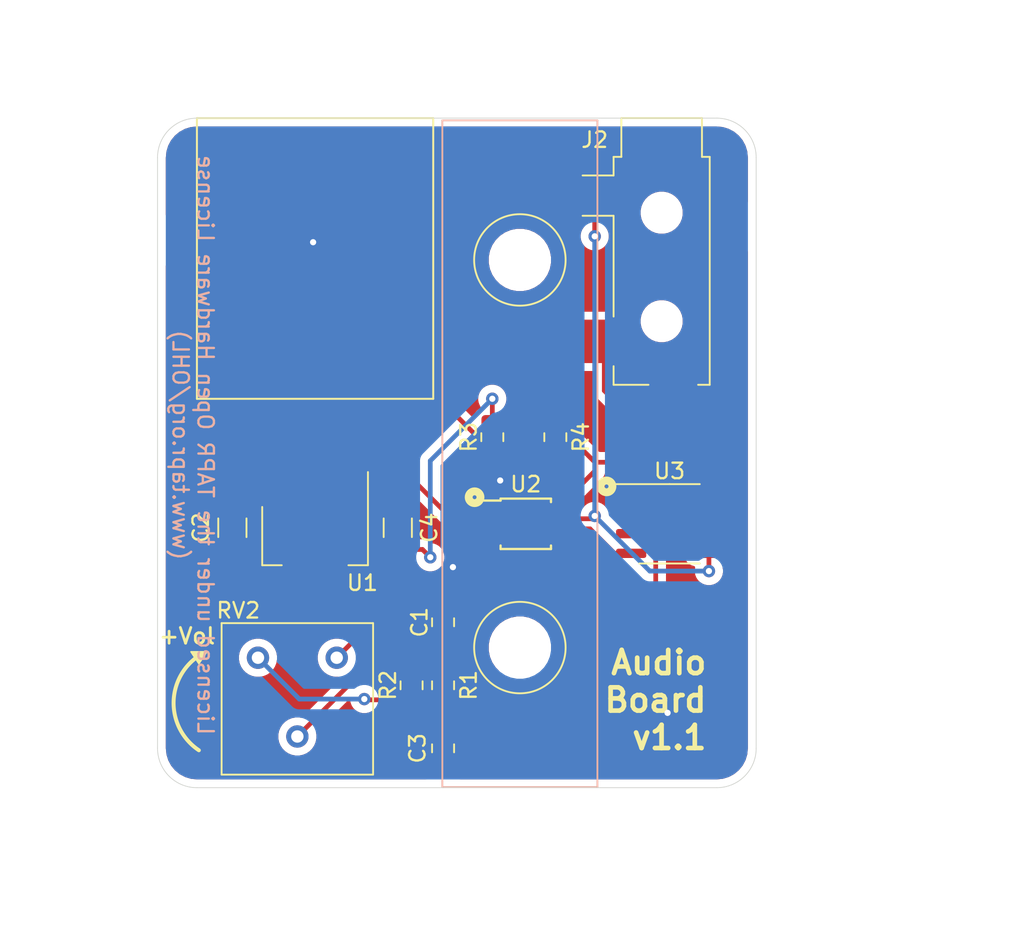
<source format=kicad_pcb>
(kicad_pcb (version 20171130) (host pcbnew "(5.1.4-0)")

  (general
    (thickness 1.6)
    (drawings 15)
    (tracks 94)
    (zones 0)
    (modules 15)
    (nets 13)
  )

  (page A4)
  (title_block
    (date 2019-06-20)
    (rev 1.1)
  )

  (layers
    (0 F.Cu signal)
    (31 B.Cu signal)
    (32 B.Adhes user)
    (33 F.Adhes user)
    (34 B.Paste user)
    (35 F.Paste user)
    (36 B.SilkS user hide)
    (37 F.SilkS user)
    (38 B.Mask user)
    (39 F.Mask user)
    (40 Dwgs.User user)
    (41 Cmts.User user)
    (42 Eco1.User user)
    (43 Eco2.User user)
    (44 Edge.Cuts user)
    (45 Margin user)
    (46 B.CrtYd user)
    (47 F.CrtYd user)
    (48 B.Fab user)
    (49 F.Fab user hide)
  )

  (setup
    (last_trace_width 0.25)
    (user_trace_width 0.3048)
    (trace_clearance 0.2)
    (zone_clearance 0.508)
    (zone_45_only no)
    (trace_min 0.2)
    (via_size 0.8)
    (via_drill 0.4)
    (via_min_size 0.4)
    (via_min_drill 0.3)
    (uvia_size 0.3)
    (uvia_drill 0.1)
    (uvias_allowed no)
    (uvia_min_size 0.2)
    (uvia_min_drill 0.1)
    (edge_width 0.05)
    (segment_width 0.2)
    (pcb_text_width 0.3)
    (pcb_text_size 1.5 1.5)
    (mod_edge_width 0.12)
    (mod_text_size 1 1)
    (mod_text_width 0.15)
    (pad_size 1.524 1.524)
    (pad_drill 0.762)
    (pad_to_mask_clearance 0.051)
    (solder_mask_min_width 0.25)
    (aux_axis_origin 0 0)
    (visible_elements FFFFFF7F)
    (pcbplotparams
      (layerselection 0x010fc_ffffffff)
      (usegerberextensions false)
      (usegerberattributes false)
      (usegerberadvancedattributes false)
      (creategerberjobfile false)
      (excludeedgelayer true)
      (linewidth 0.100000)
      (plotframeref false)
      (viasonmask false)
      (mode 1)
      (useauxorigin false)
      (hpglpennumber 1)
      (hpglpenspeed 20)
      (hpglpendiameter 15.000000)
      (psnegative false)
      (psa4output false)
      (plotreference true)
      (plotvalue true)
      (plotinvisibletext false)
      (padsonsilk false)
      (subtractmaskfromsilk false)
      (outputformat 1)
      (mirror false)
      (drillshape 0)
      (scaleselection 1)
      (outputdirectory "manufacturing/"))
  )

  (net 0 "")
  (net 1 "Net-(U2-Pad6)")
  (net 2 /5VDC)
  (net 3 /DAC)
  (net 4 /SCL)
  (net 5 /GND)
  (net 6 /SDA)
  (net 7 /3.3VDC)
  (net 8 /AMP_REF)
  (net 9 "Net-(C1-Pad2)")
  (net 10 "Net-(R2-Pad1)")
  (net 11 "Net-(J2-PadT)")
  (net 12 "Net-(J2-PadS)")

  (net_class Default "This is the default net class."
    (clearance 0.2)
    (trace_width 0.25)
    (via_dia 0.8)
    (via_drill 0.4)
    (uvia_dia 0.3)
    (uvia_drill 0.1)
    (add_net /3.3VDC)
    (add_net /5VDC)
    (add_net /AMP_REF)
    (add_net /DAC)
    (add_net /GND)
    (add_net /SCL)
    (add_net /SDA)
    (add_net "Net-(C1-Pad2)")
    (add_net "Net-(J1-Pad3)")
    (add_net "Net-(J1-Pad7)")
    (add_net "Net-(J1-Pad8)")
    (add_net "Net-(J2-PadS)")
    (add_net "Net-(J2-PadT)")
    (add_net "Net-(R2-Pad1)")
    (add_net "Net-(RV1-Pad1)")
    (add_net "Net-(RV1-Pad2)")
    (add_net "Net-(RV1-Pad3)")
    (add_net "Net-(U2-Pad6)")
  )

  (module asl_footprints:RJ45_SMD (layer F.Cu) (tedit 5D49D52B) (tstamp 5D9CF9B2)
    (at 132.08 76.2 180)
    (descr "SMD RJ45")
    (path /5D9E281B)
    (fp_text reference J1 (at 0 0) (layer F.SilkS) hide
      (effects (font (size 1.27 1.27) (thickness 0.15)) (justify left top))
    )
    (fp_text value RJ45_HRZ_SMD (at 0 0) (layer F.SilkS) hide
      (effects (font (size 1.27 1.27) (thickness 0.15)) (justify left top))
    )
    (fp_line (start 7.62 0) (end -7.62 0) (layer F.SilkS) (width 0.127))
    (fp_line (start 7.62 -18.1) (end 7.62 0) (layer F.SilkS) (width 0.127))
    (fp_line (start -7.62 -18.1) (end 7.62 -18.1) (layer F.SilkS) (width 0.127))
    (fp_line (start -7.62 0) (end -7.62 -18.1) (layer F.SilkS) (width 0.127))
    (pad G2 smd rect (at 7.35 -7.88 180) (size 3.7 2.2) (layers F.Cu F.Paste F.Mask))
    (pad 8 smd rect (at 4.445 -18.205 270) (size 6.35 0.76) (layers F.Cu F.Paste F.Mask))
    (pad 7 smd rect (at 3.175 -18.205 270) (size 6.35 0.76) (layers F.Cu F.Paste F.Mask))
    (pad 6 smd rect (at 1.905 -18.205 270) (size 6.35 0.76) (layers F.Cu F.Paste F.Mask)
      (net 2 /5VDC))
    (pad 5 smd rect (at 0.635 -18.205 270) (size 6.35 0.76) (layers F.Cu F.Paste F.Mask)
      (net 3 /DAC))
    (pad 1 smd rect (at -4.445 -18.205 270) (size 6.35 0.76) (layers F.Cu F.Paste F.Mask)
      (net 4 /SCL))
    (pad 2 smd rect (at -3.175 -18.205 270) (size 6.35 0.76) (layers F.Cu F.Paste F.Mask)
      (net 5 /GND))
    (pad 3 smd rect (at -1.905 -18.205 270) (size 6.35 0.76) (layers F.Cu F.Paste F.Mask))
    (pad G1 smd rect (at -7.35 -7.88 180) (size 3.7 2.2) (layers F.Cu F.Paste F.Mask))
    (pad 4 smd rect (at -0.635 -18.205 270) (size 6.35 0.76) (layers F.Cu F.Paste F.Mask)
      (net 6 /SDA))
  )

  (module Potentiometer_THT:Potentiometer_Bourns_3386F_Vertical (layer F.Cu) (tedit 5AA07388) (tstamp 5D9CE202)
    (at 128.397 110.998 270)
    (descr "Potentiometer, vertical, Bourns 3386F, https://www.bourns.com/pdfs/3386.pdf")
    (tags "Potentiometer vertical Bourns 3386F")
    (path /5D9D8409)
    (fp_text reference RV2 (at -3.048 1.27 180) (layer F.SilkS)
      (effects (font (size 1 1) (thickness 0.15)))
    )
    (fp_text value "50KΩ Trimpot" (at 2.655 3.475 90) (layer F.Fab)
      (effects (font (size 1 1) (thickness 0.15)))
    )
    (fp_text user %R (at -1.11 -2.54) (layer F.Fab)
      (effects (font (size 1 1) (thickness 0.15)))
    )
    (fp_line (start 7.67 -7.56) (end -2.36 -7.56) (layer F.CrtYd) (width 0.05))
    (fp_line (start 7.67 2.48) (end 7.67 -7.56) (layer F.CrtYd) (width 0.05))
    (fp_line (start -2.36 2.48) (end 7.67 2.48) (layer F.CrtYd) (width 0.05))
    (fp_line (start -2.36 -7.56) (end -2.36 2.48) (layer F.CrtYd) (width 0.05))
    (fp_line (start 7.54 -7.425) (end 7.54 2.345) (layer F.SilkS) (width 0.12))
    (fp_line (start -2.23 -7.425) (end -2.23 2.345) (layer F.SilkS) (width 0.12))
    (fp_line (start -2.23 2.345) (end 7.54 2.345) (layer F.SilkS) (width 0.12))
    (fp_line (start -2.23 -7.425) (end 7.54 -7.425) (layer F.SilkS) (width 0.12))
    (fp_line (start 1.781 -0.98) (end 1.781 -4.099) (layer F.Fab) (width 0.1))
    (fp_line (start 1.781 -0.98) (end 1.781 -4.099) (layer F.Fab) (width 0.1))
    (fp_line (start 7.42 -7.305) (end -2.11 -7.305) (layer F.Fab) (width 0.1))
    (fp_line (start 7.42 2.225) (end 7.42 -7.305) (layer F.Fab) (width 0.1))
    (fp_line (start -2.11 2.225) (end 7.42 2.225) (layer F.Fab) (width 0.1))
    (fp_line (start -2.11 -7.305) (end -2.11 2.225) (layer F.Fab) (width 0.1))
    (fp_circle (center 1.781 -2.54) (end 3.356 -2.54) (layer F.Fab) (width 0.1))
    (pad 1 thru_hole circle (at 0 0 270) (size 1.44 1.44) (drill 0.8) (layers *.Cu *.Mask)
      (net 8 /AMP_REF))
    (pad 2 thru_hole circle (at 5.08 -2.54 270) (size 1.44 1.44) (drill 0.8) (layers *.Cu *.Mask)
      (net 10 "Net-(R2-Pad1)"))
    (pad 3 thru_hole circle (at 0 -5.08 270) (size 1.44 1.44) (drill 0.8) (layers *.Cu *.Mask)
      (net 9 "Net-(C1-Pad2)"))
    (model ${KISYS3DMOD}/Potentiometer_THT.3dshapes/Potentiometer_Bourns_3386F_Vertical.wrl
      (at (xyz 0 0 0))
      (scale (xyz 1 1 1))
      (rotate (xyz 0 0 0))
    )
  )

  (module asl_footprints:MonoJack (layer F.Cu) (tedit 5D49CFC1) (tstamp 5D9CD94B)
    (at 154.432 84.796)
    (path /5D9CF86F)
    (fp_text reference J2 (at -4.318 -7.199) (layer F.SilkS)
      (effects (font (size 1 1) (thickness 0.15)))
    )
    (fp_text value "Mono Audio Jack" (at 0.254 12.446) (layer F.Fab)
      (effects (font (size 1 1) (thickness 0.15)))
    )
    (fp_text user %R (at 0 0) (layer F.Fab)
      (effects (font (size 1 1) (thickness 0.15)))
    )
    (fp_line (start -3.1 -2.3) (end -5.1 -2.3) (layer F.SilkS) (width 0.12))
    (fp_line (start -3.1 -4.9) (end -5.1 -4.9) (layer F.SilkS) (width 0.12))
    (fp_line (start -3.1 4.2) (end -3.1 -2.3) (layer F.SilkS) (width 0.12))
    (fp_line (start -3.1 8.6) (end -3.1 7.4) (layer F.SilkS) (width 0.12))
    (fp_line (start -0.85 8.6) (end -3.1 8.6) (layer F.SilkS) (width 0.12))
    (fp_line (start 3.1 8.6) (end 2.35 8.6) (layer F.SilkS) (width 0.12))
    (fp_line (start 3.1 -6.1) (end 3.1 8.6) (layer F.SilkS) (width 0.12))
    (fp_line (start 2.6 -6.1) (end 3.1 -6.1) (layer F.SilkS) (width 0.12))
    (fp_line (start 2.6 -8.6) (end 2.6 -6.1) (layer F.SilkS) (width 0.12))
    (fp_line (start -2.6 -8.6) (end 2.6 -8.6) (layer F.SilkS) (width 0.12))
    (fp_line (start -2.6 -6.1) (end -2.6 -8.6) (layer F.SilkS) (width 0.12))
    (fp_line (start -3.1 -6.1) (end -2.6 -6.1) (layer F.SilkS) (width 0.12))
    (fp_line (start -3.1 -4.9) (end -3.1 -6.1) (layer F.SilkS) (width 0.12))
    (fp_line (start -5.6 -9) (end 5.6 -9) (layer F.CrtYd) (width 0.05))
    (fp_line (start -5.6 11.6) (end -5.6 -9) (layer F.CrtYd) (width 0.05))
    (fp_line (start 5.6 11.6) (end -5.6 11.6) (layer F.CrtYd) (width 0.05))
    (fp_line (start 5.6 -9) (end 5.6 11.6) (layer F.CrtYd) (width 0.05))
    (fp_line (start 2.5 -6) (end 3 -6) (layer F.Fab) (width 0.1))
    (fp_line (start 2.5 -8.5) (end 2.5 -6) (layer F.Fab) (width 0.1))
    (fp_line (start -2.5 -8.5) (end 2.5 -8.5) (layer F.Fab) (width 0.1))
    (fp_line (start -2.5 -6) (end -2.5 -8.5) (layer F.Fab) (width 0.1))
    (fp_line (start -3 -6) (end -2.5 -6) (layer F.Fab) (width 0.1))
    (fp_line (start -3 8.5) (end -3 -6) (layer F.Fab) (width 0.1))
    (fp_line (start 3 8.5) (end -3 8.5) (layer F.Fab) (width 0.1))
    (fp_line (start 3 -6) (end 3 8.5) (layer F.Fab) (width 0.1))
    (pad "" np_thru_hole circle (at 0 4.5) (size 1.7 1.7) (drill 1.7) (layers *.Cu *.Mask))
    (pad "" np_thru_hole circle (at 0 -2.5) (size 1.7 1.7) (drill 1.7) (layers *.Cu *.Mask))
    (pad T smd rect (at -3.7 5.8) (size 2.8 2.8) (layers F.Cu F.Paste F.Mask)
      (net 11 "Net-(J2-PadT)"))
    (pad TN smd rect (at 0.75 9.8) (size 2.8 2.6) (layers F.Cu F.Paste F.Mask))
    (pad S smd rect (at -3.7 -3.6) (size 2.8 2.2) (layers F.Cu F.Paste F.Mask)
      (net 12 "Net-(J2-PadS)"))
  )

  (module Package_SO:TSSOP-8_3x3mm_P0.65mm (layer F.Cu) (tedit 5A02F25C) (tstamp 5D0CC815)
    (at 145.669 102.362)
    (descr "TSSOP8: plastic thin shrink small outline package; 8 leads; body width 3 mm; (see NXP SSOP-TSSOP-VSO-REFLOW.pdf and sot505-1_po.pdf)")
    (tags "SSOP 0.65")
    (path /5D0CCEF5)
    (attr smd)
    (fp_text reference U2 (at 0 -2.55) (layer F.SilkS)
      (effects (font (size 1 1) (thickness 0.15)))
    )
    (fp_text value MCP4541 (at 0 2.55) (layer F.Fab)
      (effects (font (size 1 1) (thickness 0.15)))
    )
    (fp_line (start -0.5 -1.5) (end 1.5 -1.5) (layer F.Fab) (width 0.15))
    (fp_line (start 1.5 -1.5) (end 1.5 1.5) (layer F.Fab) (width 0.15))
    (fp_line (start 1.5 1.5) (end -1.5 1.5) (layer F.Fab) (width 0.15))
    (fp_line (start -1.5 1.5) (end -1.5 -0.5) (layer F.Fab) (width 0.15))
    (fp_line (start -1.5 -0.5) (end -0.5 -1.5) (layer F.Fab) (width 0.15))
    (fp_line (start -2.95 -1.8) (end -2.95 1.8) (layer F.CrtYd) (width 0.05))
    (fp_line (start 2.95 -1.8) (end 2.95 1.8) (layer F.CrtYd) (width 0.05))
    (fp_line (start -2.95 -1.8) (end 2.95 -1.8) (layer F.CrtYd) (width 0.05))
    (fp_line (start -2.95 1.8) (end 2.95 1.8) (layer F.CrtYd) (width 0.05))
    (fp_line (start -1.625 -1.625) (end -1.625 -1.5) (layer F.SilkS) (width 0.15))
    (fp_line (start 1.625 -1.625) (end 1.625 -1.4) (layer F.SilkS) (width 0.15))
    (fp_line (start 1.625 1.625) (end 1.625 1.4) (layer F.SilkS) (width 0.15))
    (fp_line (start -1.625 1.625) (end -1.625 1.4) (layer F.SilkS) (width 0.15))
    (fp_line (start -1.625 -1.625) (end 1.625 -1.625) (layer F.SilkS) (width 0.15))
    (fp_line (start -1.625 1.625) (end 1.625 1.625) (layer F.SilkS) (width 0.15))
    (fp_line (start -1.625 -1.5) (end -2.7 -1.5) (layer F.SilkS) (width 0.15))
    (fp_text user %R (at 0 0) (layer F.Fab)
      (effects (font (size 0.6 0.6) (thickness 0.15)))
    )
    (pad 1 smd rect (at -2.15 -0.975) (size 1.1 0.4) (layers F.Cu F.Paste F.Mask)
      (net 5 /GND))
    (pad 2 smd rect (at -2.15 -0.325) (size 1.1 0.4) (layers F.Cu F.Paste F.Mask)
      (net 4 /SCL))
    (pad 3 smd rect (at -2.15 0.325) (size 1.1 0.4) (layers F.Cu F.Paste F.Mask)
      (net 6 /SDA))
    (pad 4 smd rect (at -2.15 0.975) (size 1.1 0.4) (layers F.Cu F.Paste F.Mask)
      (net 5 /GND))
    (pad 5 smd rect (at 2.15 0.975) (size 1.1 0.4) (layers F.Cu F.Paste F.Mask)
      (net 10 "Net-(R2-Pad1)"))
    (pad 6 smd rect (at 2.15 0.325) (size 1.1 0.4) (layers F.Cu F.Paste F.Mask)
      (net 1 "Net-(U2-Pad6)"))
    (pad 7 smd rect (at 2.15 -0.325) (size 1.1 0.4) (layers F.Cu F.Paste F.Mask)
      (net 12 "Net-(J2-PadS)"))
    (pad 8 smd rect (at 2.15 -0.975) (size 1.1 0.4) (layers F.Cu F.Paste F.Mask)
      (net 7 /3.3VDC))
    (model ${KISYS3DMOD}/Package_SO.3dshapes/TSSOP-8_3x3mm_P0.65mm.wrl
      (at (xyz 0 0 0))
      (scale (xyz 1 1 1))
      (rotate (xyz 0 0 0))
    )
  )

  (module Capacitor_SMD:C_0805_2012Metric (layer F.Cu) (tedit 5B36C52B) (tstamp 5D13C0A8)
    (at 140.335 116.84 90)
    (descr "Capacitor SMD 0805 (2012 Metric), square (rectangular) end terminal, IPC_7351 nominal, (Body size source: https://docs.google.com/spreadsheets/d/1BsfQQcO9C6DZCsRaXUlFlo91Tg2WpOkGARC1WS5S8t0/edit?usp=sharing), generated with kicad-footprint-generator")
    (tags capacitor)
    (path /5D10472F)
    (attr smd)
    (fp_text reference C3 (at 0 -1.65 90) (layer F.SilkS)
      (effects (font (size 1 1) (thickness 0.15)))
    )
    (fp_text value 100nF (at 0 1.65 90) (layer F.Fab)
      (effects (font (size 1 1) (thickness 0.15)))
    )
    (fp_text user %R (at 0 0 90) (layer F.Fab)
      (effects (font (size 0.5 0.5) (thickness 0.08)))
    )
    (fp_line (start 1.68 0.95) (end -1.68 0.95) (layer F.CrtYd) (width 0.05))
    (fp_line (start 1.68 -0.95) (end 1.68 0.95) (layer F.CrtYd) (width 0.05))
    (fp_line (start -1.68 -0.95) (end 1.68 -0.95) (layer F.CrtYd) (width 0.05))
    (fp_line (start -1.68 0.95) (end -1.68 -0.95) (layer F.CrtYd) (width 0.05))
    (fp_line (start -0.258578 0.71) (end 0.258578 0.71) (layer F.SilkS) (width 0.12))
    (fp_line (start -0.258578 -0.71) (end 0.258578 -0.71) (layer F.SilkS) (width 0.12))
    (fp_line (start 1 0.6) (end -1 0.6) (layer F.Fab) (width 0.1))
    (fp_line (start 1 -0.6) (end 1 0.6) (layer F.Fab) (width 0.1))
    (fp_line (start -1 -0.6) (end 1 -0.6) (layer F.Fab) (width 0.1))
    (fp_line (start -1 0.6) (end -1 -0.6) (layer F.Fab) (width 0.1))
    (pad 2 smd roundrect (at 0.9375 0 90) (size 0.975 1.4) (layers F.Cu F.Paste F.Mask) (roundrect_rratio 0.25)
      (net 8 /AMP_REF))
    (pad 1 smd roundrect (at -0.9375 0 90) (size 0.975 1.4) (layers F.Cu F.Paste F.Mask) (roundrect_rratio 0.25)
      (net 5 /GND))
    (model ${KISYS3DMOD}/Capacitor_SMD.3dshapes/C_0805_2012Metric.wrl
      (at (xyz 0 0 0))
      (scale (xyz 1 1 1))
      (rotate (xyz 0 0 0))
    )
  )

  (module Capacitor_SMD:C_0805_2012Metric (layer F.Cu) (tedit 5B36C52B) (tstamp 5D13C078)
    (at 140.335 108.712 270)
    (descr "Capacitor SMD 0805 (2012 Metric), square (rectangular) end terminal, IPC_7351 nominal, (Body size source: https://docs.google.com/spreadsheets/d/1BsfQQcO9C6DZCsRaXUlFlo91Tg2WpOkGARC1WS5S8t0/edit?usp=sharing), generated with kicad-footprint-generator")
    (tags capacitor)
    (path /5D0E8340)
    (attr smd)
    (fp_text reference C1 (at 0 1.524 90) (layer F.SilkS)
      (effects (font (size 1 1) (thickness 0.15)))
    )
    (fp_text value 100nF (at 0 1.65 90) (layer F.Fab)
      (effects (font (size 1 1) (thickness 0.15)))
    )
    (fp_text user %R (at 0 0 90) (layer F.Fab)
      (effects (font (size 0.5 0.5) (thickness 0.08)))
    )
    (fp_line (start 1.68 0.95) (end -1.68 0.95) (layer F.CrtYd) (width 0.05))
    (fp_line (start 1.68 -0.95) (end 1.68 0.95) (layer F.CrtYd) (width 0.05))
    (fp_line (start -1.68 -0.95) (end 1.68 -0.95) (layer F.CrtYd) (width 0.05))
    (fp_line (start -1.68 0.95) (end -1.68 -0.95) (layer F.CrtYd) (width 0.05))
    (fp_line (start -0.258578 0.71) (end 0.258578 0.71) (layer F.SilkS) (width 0.12))
    (fp_line (start -0.258578 -0.71) (end 0.258578 -0.71) (layer F.SilkS) (width 0.12))
    (fp_line (start 1 0.6) (end -1 0.6) (layer F.Fab) (width 0.1))
    (fp_line (start 1 -0.6) (end 1 0.6) (layer F.Fab) (width 0.1))
    (fp_line (start -1 -0.6) (end 1 -0.6) (layer F.Fab) (width 0.1))
    (fp_line (start -1 0.6) (end -1 -0.6) (layer F.Fab) (width 0.1))
    (pad 2 smd roundrect (at 0.9375 0 270) (size 0.975 1.4) (layers F.Cu F.Paste F.Mask) (roundrect_rratio 0.25)
      (net 9 "Net-(C1-Pad2)"))
    (pad 1 smd roundrect (at -0.9375 0 270) (size 0.975 1.4) (layers F.Cu F.Paste F.Mask) (roundrect_rratio 0.25)
      (net 3 /DAC))
    (model ${KISYS3DMOD}/Capacitor_SMD.3dshapes/C_0805_2012Metric.wrl
      (at (xyz 0 0 0))
      (scale (xyz 1 1 1))
      (rotate (xyz 0 0 0))
    )
  )

  (module Capacitor_SMD:C_1206_3216Metric (layer F.Cu) (tedit 5B301BBE) (tstamp 5D0CAB27)
    (at 137.414 102.616 90)
    (descr "Capacitor SMD 1206 (3216 Metric), square (rectangular) end terminal, IPC_7351 nominal, (Body size source: http://www.tortai-tech.com/upload/download/2011102023233369053.pdf), generated with kicad-footprint-generator")
    (tags capacitor)
    (path /5D11F3AA)
    (attr smd)
    (fp_text reference C4 (at 0 2.032 90) (layer F.SilkS)
      (effects (font (size 1 1) (thickness 0.15)))
    )
    (fp_text value 22µF (at 0 1.82 90) (layer F.Fab)
      (effects (font (size 1 1) (thickness 0.15)))
    )
    (fp_text user %R (at 0 0 90) (layer F.Fab)
      (effects (font (size 0.8 0.8) (thickness 0.12)))
    )
    (fp_line (start 2.28 1.12) (end -2.28 1.12) (layer F.CrtYd) (width 0.05))
    (fp_line (start 2.28 -1.12) (end 2.28 1.12) (layer F.CrtYd) (width 0.05))
    (fp_line (start -2.28 -1.12) (end 2.28 -1.12) (layer F.CrtYd) (width 0.05))
    (fp_line (start -2.28 1.12) (end -2.28 -1.12) (layer F.CrtYd) (width 0.05))
    (fp_line (start -0.602064 0.91) (end 0.602064 0.91) (layer F.SilkS) (width 0.12))
    (fp_line (start -0.602064 -0.91) (end 0.602064 -0.91) (layer F.SilkS) (width 0.12))
    (fp_line (start 1.6 0.8) (end -1.6 0.8) (layer F.Fab) (width 0.1))
    (fp_line (start 1.6 -0.8) (end 1.6 0.8) (layer F.Fab) (width 0.1))
    (fp_line (start -1.6 -0.8) (end 1.6 -0.8) (layer F.Fab) (width 0.1))
    (fp_line (start -1.6 0.8) (end -1.6 -0.8) (layer F.Fab) (width 0.1))
    (pad 2 smd roundrect (at 1.4 0 90) (size 1.25 1.75) (layers F.Cu F.Paste F.Mask) (roundrect_rratio 0.2)
      (net 5 /GND))
    (pad 1 smd roundrect (at -1.4 0 90) (size 1.25 1.75) (layers F.Cu F.Paste F.Mask) (roundrect_rratio 0.2)
      (net 7 /3.3VDC))
    (model ${KISYS3DMOD}/Capacitor_SMD.3dshapes/C_1206_3216Metric.wrl
      (at (xyz 0 0 0))
      (scale (xyz 1 1 1))
      (rotate (xyz 0 0 0))
    )
  )

  (module Capacitor_SMD:C_1206_3216Metric (layer F.Cu) (tedit 5B301BBE) (tstamp 5D0C6FF3)
    (at 126.746 102.616 270)
    (descr "Capacitor SMD 1206 (3216 Metric), square (rectangular) end terminal, IPC_7351 nominal, (Body size source: http://www.tortai-tech.com/upload/download/2011102023233369053.pdf), generated with kicad-footprint-generator")
    (tags capacitor)
    (path /5D11EE85)
    (attr smd)
    (fp_text reference C2 (at 0 2.032 90) (layer F.SilkS)
      (effects (font (size 1 1) (thickness 0.15)))
    )
    (fp_text value 10µF (at 0 1.82 90) (layer F.Fab)
      (effects (font (size 1 1) (thickness 0.15)))
    )
    (fp_text user %R (at 0 0 90) (layer F.Fab)
      (effects (font (size 0.8 0.8) (thickness 0.12)))
    )
    (fp_line (start 2.28 1.12) (end -2.28 1.12) (layer F.CrtYd) (width 0.05))
    (fp_line (start 2.28 -1.12) (end 2.28 1.12) (layer F.CrtYd) (width 0.05))
    (fp_line (start -2.28 -1.12) (end 2.28 -1.12) (layer F.CrtYd) (width 0.05))
    (fp_line (start -2.28 1.12) (end -2.28 -1.12) (layer F.CrtYd) (width 0.05))
    (fp_line (start -0.602064 0.91) (end 0.602064 0.91) (layer F.SilkS) (width 0.12))
    (fp_line (start -0.602064 -0.91) (end 0.602064 -0.91) (layer F.SilkS) (width 0.12))
    (fp_line (start 1.6 0.8) (end -1.6 0.8) (layer F.Fab) (width 0.1))
    (fp_line (start 1.6 -0.8) (end 1.6 0.8) (layer F.Fab) (width 0.1))
    (fp_line (start -1.6 -0.8) (end 1.6 -0.8) (layer F.Fab) (width 0.1))
    (fp_line (start -1.6 0.8) (end -1.6 -0.8) (layer F.Fab) (width 0.1))
    (pad 2 smd roundrect (at 1.4 0 270) (size 1.25 1.75) (layers F.Cu F.Paste F.Mask) (roundrect_rratio 0.2)
      (net 5 /GND))
    (pad 1 smd roundrect (at -1.4 0 270) (size 1.25 1.75) (layers F.Cu F.Paste F.Mask) (roundrect_rratio 0.2)
      (net 2 /5VDC))
    (model ${KISYS3DMOD}/Capacitor_SMD.3dshapes/C_1206_3216Metric.wrl
      (at (xyz 0 0 0))
      (scale (xyz 1 1 1))
      (rotate (xyz 0 0 0))
    )
  )

  (module Resistor_SMD:R_0805_2012Metric (layer F.Cu) (tedit 5B36C52B) (tstamp 5D13C048)
    (at 140.335 112.776 90)
    (descr "Resistor SMD 0805 (2012 Metric), square (rectangular) end terminal, IPC_7351 nominal, (Body size source: https://docs.google.com/spreadsheets/d/1BsfQQcO9C6DZCsRaXUlFlo91Tg2WpOkGARC1WS5S8t0/edit?usp=sharing), generated with kicad-footprint-generator")
    (tags resistor)
    (path /5D0DE546)
    (attr smd)
    (fp_text reference R1 (at 0 1.651 90) (layer F.SilkS)
      (effects (font (size 1 1) (thickness 0.15)))
    )
    (fp_text value 10KΩ (at 0 1.65 90) (layer F.Fab)
      (effects (font (size 1 1) (thickness 0.15)))
    )
    (fp_text user %R (at 0 0 90) (layer F.Fab)
      (effects (font (size 0.5 0.5) (thickness 0.08)))
    )
    (fp_line (start 1.68 0.95) (end -1.68 0.95) (layer F.CrtYd) (width 0.05))
    (fp_line (start 1.68 -0.95) (end 1.68 0.95) (layer F.CrtYd) (width 0.05))
    (fp_line (start -1.68 -0.95) (end 1.68 -0.95) (layer F.CrtYd) (width 0.05))
    (fp_line (start -1.68 0.95) (end -1.68 -0.95) (layer F.CrtYd) (width 0.05))
    (fp_line (start -0.258578 0.71) (end 0.258578 0.71) (layer F.SilkS) (width 0.12))
    (fp_line (start -0.258578 -0.71) (end 0.258578 -0.71) (layer F.SilkS) (width 0.12))
    (fp_line (start 1 0.6) (end -1 0.6) (layer F.Fab) (width 0.1))
    (fp_line (start 1 -0.6) (end 1 0.6) (layer F.Fab) (width 0.1))
    (fp_line (start -1 -0.6) (end 1 -0.6) (layer F.Fab) (width 0.1))
    (fp_line (start -1 0.6) (end -1 -0.6) (layer F.Fab) (width 0.1))
    (pad 2 smd roundrect (at 0.9375 0 90) (size 0.975 1.4) (layers F.Cu F.Paste F.Mask) (roundrect_rratio 0.25)
      (net 9 "Net-(C1-Pad2)"))
    (pad 1 smd roundrect (at -0.9375 0 90) (size 0.975 1.4) (layers F.Cu F.Paste F.Mask) (roundrect_rratio 0.25)
      (net 8 /AMP_REF))
    (model ${KISYS3DMOD}/Resistor_SMD.3dshapes/R_0805_2012Metric.wrl
      (at (xyz 0 0 0))
      (scale (xyz 1 1 1))
      (rotate (xyz 0 0 0))
    )
  )

  (module Resistor_SMD:R_0805_2012Metric (layer F.Cu) (tedit 5B36C52B) (tstamp 5D13C018)
    (at 138.303 112.776 270)
    (descr "Resistor SMD 0805 (2012 Metric), square (rectangular) end terminal, IPC_7351 nominal, (Body size source: https://docs.google.com/spreadsheets/d/1BsfQQcO9C6DZCsRaXUlFlo91Tg2WpOkGARC1WS5S8t0/edit?usp=sharing), generated with kicad-footprint-generator")
    (tags resistor)
    (path /5D0DE214)
    (attr smd)
    (fp_text reference R2 (at 0 1.524 90) (layer F.SilkS)
      (effects (font (size 1 1) (thickness 0.15)))
    )
    (fp_text value 15KΩ (at 0 1.65 90) (layer F.Fab)
      (effects (font (size 1 1) (thickness 0.15)))
    )
    (fp_text user %R (at 0 0 90) (layer F.Fab)
      (effects (font (size 0.5 0.5) (thickness 0.08)))
    )
    (fp_line (start 1.68 0.95) (end -1.68 0.95) (layer F.CrtYd) (width 0.05))
    (fp_line (start 1.68 -0.95) (end 1.68 0.95) (layer F.CrtYd) (width 0.05))
    (fp_line (start -1.68 -0.95) (end 1.68 -0.95) (layer F.CrtYd) (width 0.05))
    (fp_line (start -1.68 0.95) (end -1.68 -0.95) (layer F.CrtYd) (width 0.05))
    (fp_line (start -0.258578 0.71) (end 0.258578 0.71) (layer F.SilkS) (width 0.12))
    (fp_line (start -0.258578 -0.71) (end 0.258578 -0.71) (layer F.SilkS) (width 0.12))
    (fp_line (start 1 0.6) (end -1 0.6) (layer F.Fab) (width 0.1))
    (fp_line (start 1 -0.6) (end 1 0.6) (layer F.Fab) (width 0.1))
    (fp_line (start -1 -0.6) (end 1 -0.6) (layer F.Fab) (width 0.1))
    (fp_line (start -1 0.6) (end -1 -0.6) (layer F.Fab) (width 0.1))
    (pad 2 smd roundrect (at 0.9375 0 270) (size 0.975 1.4) (layers F.Cu F.Paste F.Mask) (roundrect_rratio 0.25)
      (net 8 /AMP_REF))
    (pad 1 smd roundrect (at -0.9375 0 270) (size 0.975 1.4) (layers F.Cu F.Paste F.Mask) (roundrect_rratio 0.25)
      (net 10 "Net-(R2-Pad1)"))
    (model ${KISYS3DMOD}/Resistor_SMD.3dshapes/R_0805_2012Metric.wrl
      (at (xyz 0 0 0))
      (scale (xyz 1 1 1))
      (rotate (xyz 0 0 0))
    )
  )

  (module Resistor_SMD:R_0805_2012Metric (layer F.Cu) (tedit 5B36C52B) (tstamp 5D0C6321)
    (at 147.574 96.774 270)
    (descr "Resistor SMD 0805 (2012 Metric), square (rectangular) end terminal, IPC_7351 nominal, (Body size source: https://docs.google.com/spreadsheets/d/1BsfQQcO9C6DZCsRaXUlFlo91Tg2WpOkGARC1WS5S8t0/edit?usp=sharing), generated with kicad-footprint-generator")
    (tags resistor)
    (path /5D0D5E6F)
    (attr smd)
    (fp_text reference R4 (at 0 -1.65 90) (layer F.SilkS)
      (effects (font (size 1 1) (thickness 0.15)))
    )
    (fp_text value 2.2KΩ (at 0 1.65 90) (layer F.Fab)
      (effects (font (size 1 1) (thickness 0.15)))
    )
    (fp_text user %R (at 0 0 90) (layer F.Fab)
      (effects (font (size 0.5 0.5) (thickness 0.08)))
    )
    (fp_line (start 1.68 0.95) (end -1.68 0.95) (layer F.CrtYd) (width 0.05))
    (fp_line (start 1.68 -0.95) (end 1.68 0.95) (layer F.CrtYd) (width 0.05))
    (fp_line (start -1.68 -0.95) (end 1.68 -0.95) (layer F.CrtYd) (width 0.05))
    (fp_line (start -1.68 0.95) (end -1.68 -0.95) (layer F.CrtYd) (width 0.05))
    (fp_line (start -0.258578 0.71) (end 0.258578 0.71) (layer F.SilkS) (width 0.12))
    (fp_line (start -0.258578 -0.71) (end 0.258578 -0.71) (layer F.SilkS) (width 0.12))
    (fp_line (start 1 0.6) (end -1 0.6) (layer F.Fab) (width 0.1))
    (fp_line (start 1 -0.6) (end 1 0.6) (layer F.Fab) (width 0.1))
    (fp_line (start -1 -0.6) (end 1 -0.6) (layer F.Fab) (width 0.1))
    (fp_line (start -1 0.6) (end -1 -0.6) (layer F.Fab) (width 0.1))
    (pad 2 smd roundrect (at 0.9375 0 270) (size 0.975 1.4) (layers F.Cu F.Paste F.Mask) (roundrect_rratio 0.25)
      (net 6 /SDA))
    (pad 1 smd roundrect (at -0.9375 0 270) (size 0.975 1.4) (layers F.Cu F.Paste F.Mask) (roundrect_rratio 0.25)
      (net 7 /3.3VDC))
    (model ${KISYS3DMOD}/Resistor_SMD.3dshapes/R_0805_2012Metric.wrl
      (at (xyz 0 0 0))
      (scale (xyz 1 1 1))
      (rotate (xyz 0 0 0))
    )
  )

  (module Resistor_SMD:R_0805_2012Metric (layer F.Cu) (tedit 5B36C52B) (tstamp 5D0C8D82)
    (at 143.51 96.774 270)
    (descr "Resistor SMD 0805 (2012 Metric), square (rectangular) end terminal, IPC_7351 nominal, (Body size source: https://docs.google.com/spreadsheets/d/1BsfQQcO9C6DZCsRaXUlFlo91Tg2WpOkGARC1WS5S8t0/edit?usp=sharing), generated with kicad-footprint-generator")
    (tags resistor)
    (path /5D0DEC2B)
    (attr smd)
    (fp_text reference R3 (at 0 1.524 90) (layer F.SilkS)
      (effects (font (size 1 1) (thickness 0.15)))
    )
    (fp_text value 2.2KΩ (at 0 1.65 90) (layer F.Fab)
      (effects (font (size 1 1) (thickness 0.15)))
    )
    (fp_text user %R (at 0 0 90) (layer F.Fab)
      (effects (font (size 0.5 0.5) (thickness 0.08)))
    )
    (fp_line (start 1.68 0.95) (end -1.68 0.95) (layer F.CrtYd) (width 0.05))
    (fp_line (start 1.68 -0.95) (end 1.68 0.95) (layer F.CrtYd) (width 0.05))
    (fp_line (start -1.68 -0.95) (end 1.68 -0.95) (layer F.CrtYd) (width 0.05))
    (fp_line (start -1.68 0.95) (end -1.68 -0.95) (layer F.CrtYd) (width 0.05))
    (fp_line (start -0.258578 0.71) (end 0.258578 0.71) (layer F.SilkS) (width 0.12))
    (fp_line (start -0.258578 -0.71) (end 0.258578 -0.71) (layer F.SilkS) (width 0.12))
    (fp_line (start 1 0.6) (end -1 0.6) (layer F.Fab) (width 0.1))
    (fp_line (start 1 -0.6) (end 1 0.6) (layer F.Fab) (width 0.1))
    (fp_line (start -1 -0.6) (end 1 -0.6) (layer F.Fab) (width 0.1))
    (fp_line (start -1 0.6) (end -1 -0.6) (layer F.Fab) (width 0.1))
    (pad 2 smd roundrect (at 0.9375 0 270) (size 0.975 1.4) (layers F.Cu F.Paste F.Mask) (roundrect_rratio 0.25)
      (net 4 /SCL))
    (pad 1 smd roundrect (at -0.9375 0 270) (size 0.975 1.4) (layers F.Cu F.Paste F.Mask) (roundrect_rratio 0.25)
      (net 7 /3.3VDC))
    (model ${KISYS3DMOD}/Resistor_SMD.3dshapes/R_0805_2012Metric.wrl
      (at (xyz 0 0 0))
      (scale (xyz 1 1 1))
      (rotate (xyz 0 0 0))
    )
  )

  (module asl_footprints:SOT-223 (layer F.Cu) (tedit 5D0BDDAA) (tstamp 5D0C91FB)
    (at 132.08 103.124 270)
    (descr "module CMS SOT223 4 pins")
    (tags "CMS SOT")
    (path /5D0D0952)
    (attr smd)
    (fp_text reference U1 (at 3.048 -3.048 180) (layer F.SilkS)
      (effects (font (size 1 1) (thickness 0.15)))
    )
    (fp_text value ZLDO1117 (at 0 4.5 90) (layer F.Fab)
      (effects (font (size 1 1) (thickness 0.15)))
    )
    (fp_line (start 1.85 -3.35) (end 1.85 3.35) (layer F.Fab) (width 0.1))
    (fp_line (start -1.85 3.35) (end 1.85 3.35) (layer F.Fab) (width 0.1))
    (fp_line (start -4.1 -3.41) (end 1.91 -3.41) (layer F.SilkS) (width 0.12))
    (fp_line (start -0.8 -3.35) (end 1.85 -3.35) (layer F.Fab) (width 0.1))
    (fp_line (start -1.85 3.41) (end 1.91 3.41) (layer F.SilkS) (width 0.12))
    (fp_line (start -1.85 -2.3) (end -1.85 3.35) (layer F.Fab) (width 0.1))
    (fp_line (start -4.4 -3.6) (end -4.4 3.6) (layer F.CrtYd) (width 0.05))
    (fp_line (start -4.4 3.6) (end 4.4 3.6) (layer F.CrtYd) (width 0.05))
    (fp_line (start 4.4 3.6) (end 4.4 -3.6) (layer F.CrtYd) (width 0.05))
    (fp_line (start 4.4 -3.6) (end -4.4 -3.6) (layer F.CrtYd) (width 0.05))
    (fp_line (start 1.91 -3.41) (end 1.91 -2.15) (layer F.SilkS) (width 0.12))
    (fp_line (start 1.91 3.41) (end 1.91 2.15) (layer F.SilkS) (width 0.12))
    (fp_line (start -1.85 -2.3) (end -0.8 -3.35) (layer F.Fab) (width 0.1))
    (fp_text user %R (at 0 0) (layer F.Fab)
      (effects (font (size 0.8 0.8) (thickness 0.12)))
    )
    (pad 1 smd rect (at -3.2 -2.3 270) (size 1.6 1.2) (layers F.Cu F.Paste F.Mask)
      (net 5 /GND))
    (pad 3 smd rect (at -3.2 2.3 270) (size 1.6 1.2) (layers F.Cu F.Paste F.Mask)
      (net 2 /5VDC))
    (pad 2 smd rect (at -3.2 0 270) (size 1.6 1.2) (layers F.Cu F.Paste F.Mask)
      (net 7 /3.3VDC))
    (pad 4 smd rect (at 3.2 0 270) (size 1.6 3.3) (layers F.Cu F.Paste F.Mask))
    (model ${KISYS3DMOD}/Package_TO_SOT_SMD.3dshapes/SOT-223.wrl
      (at (xyz 0 0 0))
      (scale (xyz 1 1 1))
      (rotate (xyz 0 0 0))
    )
  )

  (module Package_SO:SOIC-8_3.9x4.9mm_P1.27mm (layer F.Cu) (tedit 5C97300E) (tstamp 5D0C5F51)
    (at 154.94 102.362)
    (descr "SOIC, 8 Pin (JEDEC MS-012AA, https://www.analog.com/media/en/package-pcb-resources/package/pkg_pdf/soic_narrow-r/r_8.pdf), generated with kicad-footprint-generator ipc_gullwing_generator.py")
    (tags "SOIC SO")
    (path /5D0C8881)
    (attr smd)
    (fp_text reference U3 (at 0 -3.4) (layer F.SilkS)
      (effects (font (size 1 1) (thickness 0.15)))
    )
    (fp_text value NCS2211 (at 0 3.4) (layer F.Fab)
      (effects (font (size 1 1) (thickness 0.15)))
    )
    (fp_line (start 0 2.56) (end 1.95 2.56) (layer F.SilkS) (width 0.12))
    (fp_line (start 0 2.56) (end -1.95 2.56) (layer F.SilkS) (width 0.12))
    (fp_line (start 0 -2.56) (end 1.95 -2.56) (layer F.SilkS) (width 0.12))
    (fp_line (start 0 -2.56) (end -3.45 -2.56) (layer F.SilkS) (width 0.12))
    (fp_line (start -0.975 -2.45) (end 1.95 -2.45) (layer F.Fab) (width 0.1))
    (fp_line (start 1.95 -2.45) (end 1.95 2.45) (layer F.Fab) (width 0.1))
    (fp_line (start 1.95 2.45) (end -1.95 2.45) (layer F.Fab) (width 0.1))
    (fp_line (start -1.95 2.45) (end -1.95 -1.475) (layer F.Fab) (width 0.1))
    (fp_line (start -1.95 -1.475) (end -0.975 -2.45) (layer F.Fab) (width 0.1))
    (fp_line (start -3.7 -2.7) (end -3.7 2.7) (layer F.CrtYd) (width 0.05))
    (fp_line (start -3.7 2.7) (end 3.7 2.7) (layer F.CrtYd) (width 0.05))
    (fp_line (start 3.7 2.7) (end 3.7 -2.7) (layer F.CrtYd) (width 0.05))
    (fp_line (start 3.7 -2.7) (end -3.7 -2.7) (layer F.CrtYd) (width 0.05))
    (fp_text user %R (at 0 0) (layer F.Fab)
      (effects (font (size 0.98 0.98) (thickness 0.15)))
    )
    (pad 1 smd roundrect (at -2.475 -1.905) (size 1.95 0.6) (layers F.Cu F.Paste F.Mask) (roundrect_rratio 0.25)
      (net 5 /GND))
    (pad 2 smd roundrect (at -2.475 -0.635) (size 1.95 0.6) (layers F.Cu F.Paste F.Mask) (roundrect_rratio 0.25)
      (net 8 /AMP_REF))
    (pad 3 smd roundrect (at -2.475 0.635) (size 1.95 0.6) (layers F.Cu F.Paste F.Mask) (roundrect_rratio 0.25)
      (net 8 /AMP_REF))
    (pad 4 smd roundrect (at -2.475 1.905) (size 1.95 0.6) (layers F.Cu F.Paste F.Mask) (roundrect_rratio 0.25)
      (net 1 "Net-(U2-Pad6)"))
    (pad 5 smd roundrect (at 2.475 1.905) (size 1.95 0.6) (layers F.Cu F.Paste F.Mask) (roundrect_rratio 0.25)
      (net 12 "Net-(J2-PadS)"))
    (pad 6 smd roundrect (at 2.475 0.635) (size 1.95 0.6) (layers F.Cu F.Paste F.Mask) (roundrect_rratio 0.25)
      (net 7 /3.3VDC))
    (pad 7 smd roundrect (at 2.475 -0.635) (size 1.95 0.6) (layers F.Cu F.Paste F.Mask) (roundrect_rratio 0.25)
      (net 5 /GND))
    (pad 8 smd roundrect (at 2.475 -1.905) (size 1.95 0.6) (layers F.Cu F.Paste F.Mask) (roundrect_rratio 0.25)
      (net 11 "Net-(J2-PadT)"))
    (model ${KISYS3DMOD}/Package_SO.3dshapes/SOIC-8_3.9x4.9mm_P1.27mm.wrl
      (at (xyz 0 0 0))
      (scale (xyz 1 1 1))
      (rotate (xyz 0 0 0))
    )
  )

  (module asl_footprints:DIN_Clip (layer F.Cu) (tedit 5D0BF83A) (tstamp 5D13BFF2)
    (at 145.288 97.844)
    (path /5D0BB16E)
    (fp_text reference DRA1 (at 0 0.5) (layer F.SilkS) hide
      (effects (font (size 1 1) (thickness 0.15)))
    )
    (fp_text value "DIN Rail Adapter" (at 0 -0.5) (layer F.Fab) hide
      (effects (font (size 1 1) (thickness 0.15)))
    )
    (fp_line (start -5 21.5) (end 5 21.5) (layer B.SilkS) (width 0.12))
    (fp_line (start -5 -21.5) (end 5 -21.5) (layer B.SilkS) (width 0.12))
    (fp_line (start 5 -21.5) (end 5 21.5) (layer B.SilkS) (width 0.12))
    (fp_line (start -5 21.5) (end -5 -21.5) (layer B.SilkS) (width 0.12))
    (fp_circle (center 0 -12.5) (end 2.95 -12.5) (layer F.SilkS) (width 0.12))
    (fp_circle (center 0 12.5) (end 2.95 12.5) (layer F.SilkS) (width 0.12))
    (pad "" np_thru_hole circle (at 0 -12.5) (size 3 3) (drill 3) (layers *.Cu *.Mask))
    (pad "" np_thru_hole circle (at 0 12.5) (size 3 3) (drill 3) (layers *.Cu *.Mask))
  )

  (gr_circle (center 150.876 99.949) (end 151.003 99.949) (layer F.SilkS) (width 0.508) (tstamp 5D13B5DC))
  (gr_circle (center 142.367 100.6475) (end 142.494 100.6475) (layer F.SilkS) (width 0.508))
  (gr_arc (start 124.46 78.74) (end 124.46 76.2) (angle -90) (layer Edge.Cuts) (width 0.05) (tstamp 5D0CB9C2))
  (gr_arc (start 157.988 78.74) (end 160.528 78.74) (angle -90) (layer Edge.Cuts) (width 0.05) (tstamp 5D0CB9C2))
  (gr_arc (start 157.988 116.84) (end 157.988 119.38) (angle -90) (layer Edge.Cuts) (width 0.05) (tstamp 5D0CB9C2))
  (gr_arc (start 124.46 116.84) (end 121.92 116.84) (angle -90) (layer Edge.Cuts) (width 0.05) (tstamp 5D13C4D5))
  (gr_text "Licensed under the TAPR Open Hardware License\n(www.tapr.org/OHL)" (at 124.206 97.282 270) (layer B.SilkS) (tstamp 5D13BF30)
    (effects (font (size 1 1) (thickness 0.15)) (justify mirror))
  )
  (gr_text "Audio\nBoard\nv1.1" (at 157.48 113.7285) (layer F.SilkS) (tstamp 5D13BB43)
    (effects (font (size 1.5 1.5) (thickness 0.3)) (justify right))
  )
  (gr_text +Vol (at 123.825 109.601) (layer F.SilkS) (tstamp 5D13C4D8)
    (effects (font (size 1.016 1.016) (thickness 0.1778)))
  )
  (gr_arc (start 126.618999 113.918999) (end 124.587 110.871) (angle -112.6) (layer F.SilkS) (width 0.254) (tstamp 5D13C4D2))
  (gr_line (start 121.92 116.84) (end 121.92 78.74) (layer Edge.Cuts) (width 0.05) (tstamp 5D0C8F07))
  (gr_line (start 157.988 119.38) (end 124.46 119.38) (layer Edge.Cuts) (width 0.05))
  (gr_line (start 160.528 78.74) (end 160.528 116.84) (layer Edge.Cuts) (width 0.05))
  (gr_line (start 124.46 76.2) (end 157.988 76.2) (layer Edge.Cuts) (width 0.05))
  (gr_poly (pts (xy 124.587001 111.379) (xy 125.095 110.617) (xy 124.079 110.617)) (layer F.SilkS) (width 0.1) (tstamp 5D13C4CF))

  (segment (start 148.5468 102.687) (end 147.692 102.687) (width 0.3048) (layer F.Cu) (net 1))
  (segment (start 149.81 102.687) (end 148.5468 102.687) (width 0.3048) (layer F.Cu) (net 1))
  (segment (start 151.39 104.267) (end 149.81 102.687) (width 0.3048) (layer F.Cu) (net 1))
  (segment (start 152.465 104.267) (end 151.39 104.267) (width 0.3048) (layer F.Cu) (net 1))
  (segment (start 130.175 99.529) (end 129.78 99.924) (width 0.3048) (layer F.Cu) (net 2))
  (segment (start 130.175 94.405) (end 130.175 99.529) (width 0.3048) (layer F.Cu) (net 2))
  (segment (start 128.488 101.216) (end 126.746 101.216) (width 0.3048) (layer F.Cu) (net 2))
  (segment (start 129.78 99.924) (end 128.488 101.216) (width 0.3048) (layer F.Cu) (net 2))
  (segment (start 131.445 97.8848) (end 130.937 98.3928) (width 0.3048) (layer F.Cu) (net 3))
  (segment (start 131.445 94.405) (end 131.445 97.8848) (width 0.3048) (layer F.Cu) (net 3))
  (segment (start 130.937 100.815322) (end 130.937 98.3928) (width 0.3048) (layer F.Cu) (net 3))
  (segment (start 137.896178 107.7745) (end 130.937 100.815322) (width 0.3048) (layer F.Cu) (net 3))
  (segment (start 140.335 107.7745) (end 137.896178 107.7745) (width 0.3048) (layer F.Cu) (net 3))
  (segment (start 140.2035 94.405) (end 143.51 97.7115) (width 0.3048) (layer F.Cu) (net 4))
  (segment (start 136.525 94.405) (end 140.2035 94.405) (width 0.3048) (layer F.Cu) (net 4))
  (segment (start 142.57885 102.037) (end 141.986 101.44415) (width 0.3048) (layer F.Cu) (net 4))
  (segment (start 143.392 102.037) (end 142.57885 102.037) (width 0.3048) (layer F.Cu) (net 4))
  (segment (start 142.953763 98.267737) (end 143.51 97.7115) (width 0.3048) (layer F.Cu) (net 4))
  (segment (start 141.986 99.2355) (end 142.953763 98.267737) (width 0.3048) (layer F.Cu) (net 4))
  (segment (start 141.986 101.44415) (end 141.986 99.2355) (width 0.3048) (layer F.Cu) (net 4))
  (via (at 140.97 105.156) (size 0.8) (drill 0.4) (layers F.Cu B.Cu) (net 5))
  (via (at 131.953 84.201) (size 0.8) (drill 0.4) (layers F.Cu B.Cu) (net 5))
  (via (at 144.018 99.568) (size 0.8) (drill 0.4) (layers F.Cu B.Cu) (net 5))
  (via (at 154.813 114.554) (size 0.8) (drill 0.4) (layers F.Cu B.Cu) (net 5))
  (segment (start 147.574 98.299) (end 147.574 97.7115) (width 0.3048) (layer F.Cu) (net 6))
  (segment (start 147.574 99.3598) (end 147.574 98.299) (width 0.3048) (layer F.Cu) (net 6))
  (segment (start 144.2468 102.687) (end 147.574 99.3598) (width 0.3048) (layer F.Cu) (net 6))
  (segment (start 143.392 102.687) (end 144.2468 102.687) (width 0.3048) (layer F.Cu) (net 6))
  (segment (start 142.5372 102.687) (end 143.392 102.687) (width 0.3048) (layer F.Cu) (net 6))
  (segment (start 141.549 102.687) (end 142.5372 102.687) (width 0.3048) (layer F.Cu) (net 6))
  (segment (start 132.715 94.405) (end 132.715 97.8848) (width 0.3048) (layer F.Cu) (net 6))
  (segment (start 137.287 98.425) (end 141.549 102.687) (width 0.3048) (layer F.Cu) (net 6))
  (segment (start 133.2552 98.425) (end 137.287 98.425) (width 0.3048) (layer F.Cu) (net 6))
  (segment (start 132.715 97.8848) (end 133.2552 98.425) (width 0.3048) (layer F.Cu) (net 6))
  (segment (start 143.51 95.8365) (end 147.574 95.8365) (width 0.3048) (layer F.Cu) (net 7))
  (segment (start 147.574 95.8365) (end 150.12921 98.39171) (width 0.3048) (layer F.Cu) (net 7))
  (segment (start 150.12921 98.94979) (end 147.692 101.387) (width 0.3048) (layer F.Cu) (net 7))
  (segment (start 150.12921 98.39171) (end 150.12921 98.94979) (width 0.3048) (layer F.Cu) (net 7))
  (segment (start 156.668242 102.997) (end 157.415 102.997) (width 0.3048) (layer F.Cu) (net 7))
  (segment (start 155.702 102.030758) (end 156.668242 102.997) (width 0.3048) (layer F.Cu) (net 7))
  (segment (start 153.50971 98.39171) (end 155.702 100.584) (width 0.3048) (layer F.Cu) (net 7))
  (segment (start 155.702 100.584) (end 155.702 102.030758) (width 0.3048) (layer F.Cu) (net 7))
  (segment (start 150.12921 98.39171) (end 153.50971 98.39171) (width 0.3048) (layer F.Cu) (net 7))
  (segment (start 137.284 103.886) (end 137.414 104.016) (width 0.3048) (layer F.Cu) (net 7))
  (segment (start 135.763 103.886) (end 137.284 103.886) (width 0.3048) (layer F.Cu) (net 7))
  (segment (start 132.08 100.203) (end 135.763 103.886) (width 0.3048) (layer F.Cu) (net 7))
  (segment (start 132.08 99.924) (end 132.08 100.203) (width 0.3048) (layer F.Cu) (net 7))
  (segment (start 139.0045 104.016) (end 139.5095 104.521) (width 0.3048) (layer F.Cu) (net 7))
  (via (at 139.5095 104.521) (size 0.8) (drill 0.4) (layers F.Cu B.Cu) (net 7))
  (segment (start 137.414 104.016) (end 139.0045 104.016) (width 0.3048) (layer F.Cu) (net 7))
  (segment (start 139.5095 104.521) (end 139.5095 98.298) (width 0.3048) (layer B.Cu) (net 7))
  (via (at 143.51 94.2975) (size 0.8) (drill 0.4) (layers F.Cu B.Cu) (net 7))
  (segment (start 139.5095 98.298) (end 143.51 94.2975) (width 0.3048) (layer B.Cu) (net 7))
  (segment (start 143.51 94.2975) (end 143.51 95.8365) (width 0.3048) (layer F.Cu) (net 7))
  (segment (start 138.303 113.7135) (end 140.335 113.7135) (width 0.3048) (layer F.Cu) (net 8) (tstamp 5D13C0D8))
  (segment (start 140.335 113.7135) (end 140.335 115.9025) (width 0.3048) (layer F.Cu) (net 8) (tstamp 5D13C0D5))
  (segment (start 152.465 101.727) (end 152.465 102.743) (width 0.3048) (layer F.Cu) (net 8))
  (segment (start 154.0495 103.5065) (end 153.54 102.997) (width 0.3048) (layer F.Cu) (net 8))
  (segment (start 154.0495 106.4275) (end 154.0495 103.5065) (width 0.3048) (layer F.Cu) (net 8))
  (segment (start 153.54 102.997) (end 152.465 102.997) (width 0.3048) (layer F.Cu) (net 8))
  (segment (start 146.7635 113.7135) (end 154.0495 106.4275) (width 0.3048) (layer F.Cu) (net 8))
  (segment (start 140.335 113.7135) (end 146.7335 113.7135) (width 0.3048) (layer F.Cu) (net 8))
  (via (at 135.255 113.665) (size 0.8) (drill 0.4) (layers F.Cu B.Cu) (net 8))
  (segment (start 128.397 110.998) (end 131.064 113.665) (width 0.3048) (layer B.Cu) (net 8))
  (segment (start 131.064 113.665) (end 135.255 113.665) (width 0.3048) (layer B.Cu) (net 8))
  (segment (start 138.303 113.7135) (end 135.3035 113.7135) (width 0.3048) (layer F.Cu) (net 8))
  (segment (start 135.3035 113.7135) (end 135.255 113.665) (width 0.3048) (layer F.Cu) (net 8))
  (segment (start 140.2565 109.728) (end 140.335 109.6495) (width 0.3048) (layer F.Cu) (net 9) (tstamp 5D13C0D2))
  (segment (start 140.335 109.6495) (end 140.335 111.8385) (width 0.3048) (layer F.Cu) (net 9) (tstamp 5D13C0CF))
  (segment (start 134.8255 109.6495) (end 140.335 109.6495) (width 0.3048) (layer F.Cu) (net 9))
  (segment (start 133.477 110.998) (end 134.8255 109.6495) (width 0.3048) (layer F.Cu) (net 9))
  (segment (start 138.2245 111.76) (end 138.303 111.8385) (width 0.3048) (layer F.Cu) (net 10) (tstamp 5D13C0CC))
  (segment (start 147.819 111.261) (end 146.40159 112.67841) (width 0.3048) (layer F.Cu) (net 10))
  (segment (start 147.819 103.337) (end 147.819 111.261) (width 0.3048) (layer F.Cu) (net 10))
  (segment (start 139.14291 112.67841) (end 138.859237 112.394737) (width 0.3048) (layer F.Cu) (net 10))
  (segment (start 138.859237 112.394737) (end 138.303 111.8385) (width 0.3048) (layer F.Cu) (net 10))
  (segment (start 146.40159 112.67841) (end 139.14291 112.67841) (width 0.3048) (layer F.Cu) (net 10))
  (segment (start 135.1765 111.8385) (end 134.493 112.522) (width 0.3048) (layer F.Cu) (net 10))
  (segment (start 134.493 112.522) (end 130.937 116.078) (width 0.3048) (layer F.Cu) (net 10))
  (segment (start 138.303 111.8385) (end 135.1765 111.8385) (width 0.3048) (layer F.Cu) (net 10))
  (segment (start 150.732 93.774) (end 150.732 90.596) (width 0.3048) (layer F.Cu) (net 11))
  (segment (start 157.415 100.457) (end 150.732 93.774) (width 0.3048) (layer F.Cu) (net 11))
  (via (at 150.114 101.854) (size 0.8) (drill 0.4) (layers F.Cu B.Cu) (net 12))
  (segment (start 149.931 102.037) (end 150.114 101.854) (width 0.3048) (layer F.Cu) (net 12))
  (segment (start 147.692 102.037) (end 149.931 102.037) (width 0.3048) (layer F.Cu) (net 12))
  (via (at 157.48 105.41) (size 0.8) (drill 0.4) (layers F.Cu B.Cu) (net 12))
  (segment (start 153.67 105.41) (end 157.48 105.41) (width 0.3048) (layer B.Cu) (net 12))
  (segment (start 150.114 101.854) (end 153.67 105.41) (width 0.3048) (layer B.Cu) (net 12))
  (segment (start 157.48 104.332) (end 157.415 104.267) (width 0.3048) (layer F.Cu) (net 12))
  (segment (start 157.48 105.41) (end 157.48 104.332) (width 0.3048) (layer F.Cu) (net 12))
  (via (at 150.114 83.82) (size 0.8) (drill 0.4) (layers F.Cu B.Cu) (net 12))
  (segment (start 150.114 101.854) (end 150.114 83.82) (width 0.3048) (layer B.Cu) (net 12))
  (segment (start 150.114 81.814) (end 150.732 81.196) (width 0.3048) (layer F.Cu) (net 12))
  (segment (start 150.114 83.82) (end 150.114 81.814) (width 0.3048) (layer F.Cu) (net 12))

  (zone (net 5) (net_name /GND) (layer F.Cu) (tstamp 5D0CBFA0) (hatch edge 0.508)
    (connect_pads (clearance 0.508))
    (min_thickness 0.254)
    (fill yes (arc_segments 32) (thermal_gap 0.508) (thermal_bridge_width 0.508))
    (polygon
      (pts
        (xy 114.3 71.12) (xy 175.26 71.12) (xy 175.26 127) (xy 114.3 127)
      )
    )
    (filled_polygon
      (pts
        (xy 158.352545 76.898909) (xy 158.703208 77.00478) (xy 159.026625 77.176744) (xy 159.310484 77.408254) (xy 159.543965 77.690486)
        (xy 159.718183 78.012695) (xy 159.826502 78.362614) (xy 159.868 78.757443) (xy 159.868 81.555578) (xy 159.77618 81.506498)
        (xy 159.656482 81.470188) (xy 159.532 81.457928) (xy 156.732 81.457928) (xy 156.607518 81.470188) (xy 156.48782 81.506498)
        (xy 156.377506 81.565463) (xy 156.280815 81.644815) (xy 156.201463 81.741506) (xy 156.142498 81.85182) (xy 156.106188 81.971518)
        (xy 156.093928 82.096) (xy 156.093928 84.296) (xy 156.106188 84.420482) (xy 156.142498 84.54018) (xy 156.201463 84.650494)
        (xy 156.280815 84.747185) (xy 156.377506 84.826537) (xy 156.48782 84.885502) (xy 156.607518 84.921812) (xy 156.732 84.934072)
        (xy 159.532 84.934072) (xy 159.656482 84.921812) (xy 159.77618 84.885502) (xy 159.868 84.836422) (xy 159.868001 116.807711)
        (xy 159.829091 117.204545) (xy 159.72322 117.555206) (xy 159.551257 117.878623) (xy 159.319748 118.162482) (xy 159.037514 118.395965)
        (xy 158.715304 118.570184) (xy 158.365385 118.678502) (xy 157.970557 118.72) (xy 141.481536 118.72) (xy 141.486185 118.716185)
        (xy 141.565537 118.619494) (xy 141.624502 118.50918) (xy 141.660812 118.389482) (xy 141.673072 118.265) (xy 141.67 118.06325)
        (xy 141.51125 117.9045) (xy 140.462 117.9045) (xy 140.462 117.9245) (xy 140.208 117.9245) (xy 140.208 117.9045)
        (xy 139.15875 117.9045) (xy 139 118.06325) (xy 138.996928 118.265) (xy 139.009188 118.389482) (xy 139.045498 118.50918)
        (xy 139.104463 118.619494) (xy 139.183815 118.716185) (xy 139.188464 118.72) (xy 124.492279 118.72) (xy 124.095455 118.681091)
        (xy 123.744794 118.57522) (xy 123.421377 118.403257) (xy 123.137518 118.171748) (xy 122.904035 117.889514) (xy 122.729816 117.567304)
        (xy 122.621498 117.217385) (xy 122.58 116.822557) (xy 122.58 110.864544) (xy 127.042 110.864544) (xy 127.042 111.131456)
        (xy 127.094072 111.393239) (xy 127.196215 111.639833) (xy 127.344503 111.861762) (xy 127.533238 112.050497) (xy 127.755167 112.198785)
        (xy 128.001761 112.300928) (xy 128.263544 112.353) (xy 128.530456 112.353) (xy 128.792239 112.300928) (xy 129.038833 112.198785)
        (xy 129.260762 112.050497) (xy 129.449497 111.861762) (xy 129.597785 111.639833) (xy 129.699928 111.393239) (xy 129.752 111.131456)
        (xy 129.752 110.864544) (xy 129.699928 110.602761) (xy 129.597785 110.356167) (xy 129.449497 110.134238) (xy 129.260762 109.945503)
        (xy 129.038833 109.797215) (xy 128.792239 109.695072) (xy 128.530456 109.643) (xy 128.263544 109.643) (xy 128.001761 109.695072)
        (xy 127.755167 109.797215) (xy 127.533238 109.945503) (xy 127.344503 110.134238) (xy 127.196215 110.356167) (xy 127.094072 110.602761)
        (xy 127.042 110.864544) (xy 122.58 110.864544) (xy 122.58 104.641) (xy 125.232928 104.641) (xy 125.245188 104.765482)
        (xy 125.281498 104.88518) (xy 125.340463 104.995494) (xy 125.419815 105.092185) (xy 125.516506 105.171537) (xy 125.62682 105.230502)
        (xy 125.746518 105.266812) (xy 125.871 105.279072) (xy 126.46025 105.276) (xy 126.619 105.11725) (xy 126.619 104.143)
        (xy 126.873 104.143) (xy 126.873 105.11725) (xy 127.03175 105.276) (xy 127.621 105.279072) (xy 127.745482 105.266812)
        (xy 127.86518 105.230502) (xy 127.975494 105.171537) (xy 128.072185 105.092185) (xy 128.151537 104.995494) (xy 128.210502 104.88518)
        (xy 128.246812 104.765482) (xy 128.259072 104.641) (xy 128.256 104.30175) (xy 128.09725 104.143) (xy 126.873 104.143)
        (xy 126.619 104.143) (xy 125.39475 104.143) (xy 125.236 104.30175) (xy 125.232928 104.641) (xy 122.58 104.641)
        (xy 122.58 103.391) (xy 125.232928 103.391) (xy 125.236 103.73025) (xy 125.39475 103.889) (xy 126.619 103.889)
        (xy 126.619 102.91475) (xy 126.873 102.91475) (xy 126.873 103.889) (xy 128.09725 103.889) (xy 128.256 103.73025)
        (xy 128.259072 103.391) (xy 128.246812 103.266518) (xy 128.210502 103.14682) (xy 128.151537 103.036506) (xy 128.072185 102.939815)
        (xy 127.975494 102.860463) (xy 127.86518 102.801498) (xy 127.745482 102.765188) (xy 127.621 102.752928) (xy 127.03175 102.756)
        (xy 126.873 102.91475) (xy 126.619 102.91475) (xy 126.46025 102.756) (xy 125.871 102.752928) (xy 125.746518 102.765188)
        (xy 125.62682 102.801498) (xy 125.516506 102.860463) (xy 125.419815 102.939815) (xy 125.340463 103.036506) (xy 125.281498 103.14682)
        (xy 125.245188 103.266518) (xy 125.232928 103.391) (xy 122.58 103.391) (xy 122.58 100.841) (xy 125.232928 100.841)
        (xy 125.232928 101.591) (xy 125.249992 101.764254) (xy 125.300528 101.93085) (xy 125.382595 102.084386) (xy 125.493038 102.218962)
        (xy 125.627614 102.329405) (xy 125.78115 102.411472) (xy 125.947746 102.462008) (xy 126.121 102.479072) (xy 127.371 102.479072)
        (xy 127.544254 102.462008) (xy 127.71085 102.411472) (xy 127.864386 102.329405) (xy 127.998962 102.218962) (xy 128.109405 102.084386)
        (xy 128.152693 102.0034) (xy 128.449337 102.0034) (xy 128.488 102.007208) (xy 128.526663 102.0034) (xy 128.526673 102.0034)
        (xy 128.642357 101.992006) (xy 128.790783 101.946982) (xy 128.927572 101.873866) (xy 129.047469 101.775469) (xy 129.072128 101.745422)
        (xy 129.455478 101.362072) (xy 130.367093 101.362072) (xy 130.377531 101.374791) (xy 130.407578 101.39945) (xy 133.928886 104.920758)
        (xy 133.854482 104.898188) (xy 133.73 104.885928) (xy 130.43 104.885928) (xy 130.305518 104.898188) (xy 130.18582 104.934498)
        (xy 130.075506 104.993463) (xy 129.978815 105.072815) (xy 129.899463 105.169506) (xy 129.840498 105.27982) (xy 129.804188 105.399518)
        (xy 129.791928 105.524) (xy 129.791928 107.124) (xy 129.804188 107.248482) (xy 129.840498 107.36818) (xy 129.899463 107.478494)
        (xy 129.978815 107.575185) (xy 130.075506 107.654537) (xy 130.18582 107.713502) (xy 130.305518 107.749812) (xy 130.43 107.762072)
        (xy 133.73 107.762072) (xy 133.854482 107.749812) (xy 133.97418 107.713502) (xy 134.084494 107.654537) (xy 134.181185 107.575185)
        (xy 134.260537 107.478494) (xy 134.319502 107.36818) (xy 134.355812 107.248482) (xy 134.368072 107.124) (xy 134.368072 105.524)
        (xy 134.355812 105.399518) (xy 134.333242 105.325115) (xy 137.312055 108.303928) (xy 137.336709 108.333969) (xy 137.366748 108.358621)
        (xy 137.456605 108.432366) (xy 137.593395 108.505482) (xy 137.741821 108.550506) (xy 137.857505 108.5619) (xy 137.857515 108.5619)
        (xy 137.896178 108.565708) (xy 137.934841 108.5619) (xy 139.189642 108.5619) (xy 139.255208 108.641792) (xy 139.340756 108.712)
        (xy 139.255208 108.782208) (xy 139.189642 108.8621) (xy 134.864163 108.8621) (xy 134.8255 108.858292) (xy 134.786837 108.8621)
        (xy 134.786827 108.8621) (xy 134.671143 108.873494) (xy 134.522717 108.918518) (xy 134.385928 108.991634) (xy 134.266031 109.090031)
        (xy 134.241377 109.120072) (xy 133.700532 109.660917) (xy 133.610456 109.643) (xy 133.343544 109.643) (xy 133.081761 109.695072)
        (xy 132.835167 109.797215) (xy 132.613238 109.945503) (xy 132.424503 110.134238) (xy 132.276215 110.356167) (xy 132.174072 110.602761)
        (xy 132.122 110.864544) (xy 132.122 111.131456) (xy 132.174072 111.393239) (xy 132.276215 111.639833) (xy 132.424503 111.861762)
        (xy 132.613238 112.050497) (xy 132.835167 112.198785) (xy 133.081761 112.300928) (xy 133.343544 112.353) (xy 133.548448 112.353)
        (xy 131.160532 114.740917) (xy 131.070456 114.723) (xy 130.803544 114.723) (xy 130.541761 114.775072) (xy 130.295167 114.877215)
        (xy 130.073238 115.025503) (xy 129.884503 115.214238) (xy 129.736215 115.436167) (xy 129.634072 115.682761) (xy 129.582 115.944544)
        (xy 129.582 116.211456) (xy 129.634072 116.473239) (xy 129.736215 116.719833) (xy 129.884503 116.941762) (xy 130.073238 117.130497)
        (xy 130.295167 117.278785) (xy 130.541761 117.380928) (xy 130.803544 117.433) (xy 131.070456 117.433) (xy 131.332239 117.380928)
        (xy 131.578833 117.278785) (xy 131.800762 117.130497) (xy 131.989497 116.941762) (xy 132.137785 116.719833) (xy 132.239928 116.473239)
        (xy 132.292 116.211456) (xy 132.292 115.944544) (xy 132.274083 115.854468) (xy 134.243495 113.885057) (xy 134.259774 113.966898)
        (xy 134.337795 114.155256) (xy 134.451063 114.324774) (xy 134.595226 114.468937) (xy 134.764744 114.582205) (xy 134.953102 114.660226)
        (xy 135.153061 114.7) (xy 135.356939 114.7) (xy 135.556898 114.660226) (xy 135.745256 114.582205) (xy 135.866938 114.5009)
        (xy 137.157642 114.5009) (xy 137.223208 114.580792) (xy 137.356836 114.690458) (xy 137.509291 114.771947) (xy 137.674715 114.822128)
        (xy 137.84675 114.839072) (xy 138.75925 114.839072) (xy 138.931285 114.822128) (xy 139.096709 114.771947) (xy 139.249164 114.690458)
        (xy 139.319 114.633145) (xy 139.388836 114.690458) (xy 139.541291 114.771947) (xy 139.5476 114.773861) (xy 139.547601 114.842139)
        (xy 139.541291 114.844053) (xy 139.388836 114.925542) (xy 139.255208 115.035208) (xy 139.145542 115.168836) (xy 139.064053 115.321291)
        (xy 139.013872 115.486715) (xy 138.996928 115.65875) (xy 138.996928 116.14625) (xy 139.013872 116.318285) (xy 139.064053 116.483709)
        (xy 139.145542 116.636164) (xy 139.255208 116.769792) (xy 139.261564 116.775008) (xy 139.183815 116.838815) (xy 139.104463 116.935506)
        (xy 139.045498 117.04582) (xy 139.009188 117.165518) (xy 138.996928 117.29) (xy 139 117.49175) (xy 139.15875 117.6505)
        (xy 140.208 117.6505) (xy 140.208 117.6305) (xy 140.462 117.6305) (xy 140.462 117.6505) (xy 141.51125 117.6505)
        (xy 141.67 117.49175) (xy 141.673072 117.29) (xy 141.660812 117.165518) (xy 141.624502 117.04582) (xy 141.565537 116.935506)
        (xy 141.486185 116.838815) (xy 141.408436 116.775008) (xy 141.414792 116.769792) (xy 141.524458 116.636164) (xy 141.605947 116.483709)
        (xy 141.656128 116.318285) (xy 141.673072 116.14625) (xy 141.673072 115.65875) (xy 141.656128 115.486715) (xy 141.605947 115.321291)
        (xy 141.524458 115.168836) (xy 141.414792 115.035208) (xy 141.281164 114.925542) (xy 141.128709 114.844053) (xy 141.1224 114.842139)
        (xy 141.1224 114.773861) (xy 141.128709 114.771947) (xy 141.281164 114.690458) (xy 141.414792 114.580792) (xy 141.480358 114.5009)
        (xy 146.724837 114.5009) (xy 146.7635 114.504708) (xy 146.917857 114.489505) (xy 147.066282 114.444482) (xy 147.203072 114.371365)
        (xy 147.292929 114.297621) (xy 154.578929 107.011622) (xy 154.608969 106.986969) (xy 154.707366 106.867072) (xy 154.780482 106.730283)
        (xy 154.825506 106.581857) (xy 154.8369 106.466173) (xy 154.8369 106.466164) (xy 154.840708 106.427501) (xy 154.8369 106.388838)
        (xy 154.8369 103.545163) (xy 154.840708 103.5065) (xy 154.8369 103.467837) (xy 154.8369 103.467827) (xy 154.825506 103.352143)
        (xy 154.780482 103.203717) (xy 154.730386 103.109995) (xy 154.707366 103.066927) (xy 154.677558 103.030607) (xy 154.608969 102.947031)
        (xy 154.578922 102.922372) (xy 154.124128 102.467578) (xy 154.099469 102.437531) (xy 153.979572 102.339134) (xy 153.941856 102.318974)
        (xy 153.945258 102.314829) (xy 154.018084 102.178582) (xy 154.062929 102.030745) (xy 154.078072 101.877) (xy 154.078072 101.577)
        (xy 154.062929 101.423255) (xy 154.018084 101.275418) (xy 153.94627 101.141064) (xy 153.970537 101.111494) (xy 154.029502 101.00118)
        (xy 154.065812 100.881482) (xy 154.078072 100.757) (xy 154.075 100.74275) (xy 153.91625 100.584) (xy 152.592 100.584)
        (xy 152.592 100.604) (xy 152.338 100.604) (xy 152.338 100.584) (xy 151.01375 100.584) (xy 150.855 100.74275)
        (xy 150.851928 100.757) (xy 150.864188 100.881482) (xy 150.900498 101.00118) (xy 150.959463 101.111494) (xy 150.98373 101.141064)
        (xy 150.938703 101.225304) (xy 150.917937 101.194226) (xy 150.773774 101.050063) (xy 150.604256 100.936795) (xy 150.415898 100.858774)
        (xy 150.215939 100.819) (xy 150.012061 100.819) (xy 149.812102 100.858774) (xy 149.623744 100.936795) (xy 149.454226 101.050063)
        (xy 149.310063 101.194226) (xy 149.273063 101.2496) (xy 149.007072 101.2496) (xy 149.007072 101.187) (xy 149.006936 101.185615)
        (xy 150.035551 100.157) (xy 150.851928 100.157) (xy 150.855 100.17125) (xy 151.01375 100.33) (xy 152.338 100.33)
        (xy 152.338 99.68075) (xy 152.17925 99.522) (xy 151.49 99.518928) (xy 151.365518 99.531188) (xy 151.24582 99.567498)
        (xy 151.135506 99.626463) (xy 151.038815 99.705815) (xy 150.959463 99.802506) (xy 150.900498 99.91282) (xy 150.864188 100.032518)
        (xy 150.851928 100.157) (xy 150.035551 100.157) (xy 150.658643 99.533909) (xy 150.688679 99.509259) (xy 150.787076 99.389362)
        (xy 150.860192 99.252573) (xy 150.882476 99.17911) (xy 153.18356 99.17911) (xy 153.532486 99.528037) (xy 153.44 99.518928)
        (xy 152.75075 99.522) (xy 152.592 99.68075) (xy 152.592 100.33) (xy 153.91625 100.33) (xy 154.075 100.17125)
        (xy 154.078072 100.157) (xy 154.068963 100.064514) (xy 154.9146 100.910152) (xy 154.914601 101.992086) (xy 154.910792 102.030758)
        (xy 154.925995 102.185115) (xy 154.971018 102.33354) (xy 155.011444 102.409171) (xy 155.044135 102.47033) (xy 155.142532 102.590227)
        (xy 155.172573 102.614881) (xy 155.812552 103.254861) (xy 155.817071 103.300745) (xy 155.861916 103.448582) (xy 155.934742 103.584829)
        (xy 155.973454 103.632) (xy 155.934742 103.679171) (xy 155.861916 103.815418) (xy 155.817071 103.963255) (xy 155.801928 104.117)
        (xy 155.801928 104.417) (xy 155.817071 104.570745) (xy 155.861916 104.718582) (xy 155.934742 104.854829) (xy 156.032749 104.974251)
        (xy 156.152171 105.072258) (xy 156.288418 105.145084) (xy 156.436255 105.189929) (xy 156.467878 105.193044) (xy 156.445 105.308061)
        (xy 156.445 105.511939) (xy 156.484774 105.711898) (xy 156.562795 105.900256) (xy 156.676063 106.069774) (xy 156.820226 106.213937)
        (xy 156.989744 106.327205) (xy 157.178102 106.405226) (xy 157.378061 106.445) (xy 157.581939 106.445) (xy 157.781898 106.405226)
        (xy 157.970256 106.327205) (xy 158.139774 106.213937) (xy 158.283937 106.069774) (xy 158.397205 105.900256) (xy 158.475226 105.711898)
        (xy 158.515 105.511939) (xy 158.515 105.308061) (xy 158.485939 105.161963) (xy 158.541582 105.145084) (xy 158.677829 105.072258)
        (xy 158.797251 104.974251) (xy 158.895258 104.854829) (xy 158.968084 104.718582) (xy 159.012929 104.570745) (xy 159.028072 104.417)
        (xy 159.028072 104.117) (xy 159.012929 103.963255) (xy 158.968084 103.815418) (xy 158.895258 103.679171) (xy 158.856546 103.632)
        (xy 158.895258 103.584829) (xy 158.968084 103.448582) (xy 159.012929 103.300745) (xy 159.028072 103.147) (xy 159.028072 102.847)
        (xy 159.012929 102.693255) (xy 158.968084 102.545418) (xy 158.89627 102.411064) (xy 158.920537 102.381494) (xy 158.979502 102.27118)
        (xy 159.015812 102.151482) (xy 159.028072 102.027) (xy 159.025 102.01275) (xy 158.86625 101.854) (xy 157.542 101.854)
        (xy 157.542 101.874) (xy 157.288 101.874) (xy 157.288 101.854) (xy 157.268 101.854) (xy 157.268 101.6)
        (xy 157.288 101.6) (xy 157.288 101.58) (xy 157.542 101.58) (xy 157.542 101.6) (xy 158.86625 101.6)
        (xy 159.025 101.44125) (xy 159.028072 101.427) (xy 159.015812 101.302518) (xy 158.979502 101.18282) (xy 158.920537 101.072506)
        (xy 158.89627 101.042936) (xy 158.968084 100.908582) (xy 159.012929 100.760745) (xy 159.028072 100.607) (xy 159.028072 100.307)
        (xy 159.012929 100.153255) (xy 158.968084 100.005418) (xy 158.895258 99.869171) (xy 158.797251 99.749749) (xy 158.677829 99.651742)
        (xy 158.541582 99.578916) (xy 158.393745 99.534071) (xy 158.24 99.518928) (xy 157.59048 99.518928) (xy 154.605623 96.534072)
        (xy 156.582 96.534072) (xy 156.706482 96.521812) (xy 156.82618 96.485502) (xy 156.936494 96.426537) (xy 157.033185 96.347185)
        (xy 157.112537 96.250494) (xy 157.171502 96.14018) (xy 157.207812 96.020482) (xy 157.220072 95.896) (xy 157.220072 93.296)
        (xy 157.207812 93.171518) (xy 157.171502 93.05182) (xy 157.112537 92.941506) (xy 157.033185 92.844815) (xy 156.936494 92.765463)
        (xy 156.82618 92.706498) (xy 156.706482 92.670188) (xy 156.582 92.657928) (xy 153.782 92.657928) (xy 153.657518 92.670188)
        (xy 153.53782 92.706498) (xy 153.427506 92.765463) (xy 153.330815 92.844815) (xy 153.251463 92.941506) (xy 153.192498 93.05182)
        (xy 153.156188 93.171518) (xy 153.143928 93.296) (xy 153.143928 95.072377) (xy 151.5194 93.44785) (xy 151.5194 92.634072)
        (xy 152.132 92.634072) (xy 152.256482 92.621812) (xy 152.37618 92.585502) (xy 152.486494 92.526537) (xy 152.583185 92.447185)
        (xy 152.662537 92.350494) (xy 152.721502 92.24018) (xy 152.757812 92.120482) (xy 152.770072 91.996) (xy 152.770072 89.196)
        (xy 152.765516 89.14974) (xy 152.947 89.14974) (xy 152.947 89.44226) (xy 153.004068 89.729158) (xy 153.11601 89.999411)
        (xy 153.278525 90.242632) (xy 153.485368 90.449475) (xy 153.728589 90.61199) (xy 153.998842 90.723932) (xy 154.28574 90.781)
        (xy 154.57826 90.781) (xy 154.865158 90.723932) (xy 155.135411 90.61199) (xy 155.378632 90.449475) (xy 155.585475 90.242632)
        (xy 155.74799 89.999411) (xy 155.859932 89.729158) (xy 155.917 89.44226) (xy 155.917 89.14974) (xy 155.859932 88.862842)
        (xy 155.74799 88.592589) (xy 155.585475 88.349368) (xy 155.378632 88.142525) (xy 155.135411 87.98001) (xy 154.865158 87.868068)
        (xy 154.57826 87.811) (xy 154.28574 87.811) (xy 153.998842 87.868068) (xy 153.728589 87.98001) (xy 153.485368 88.142525)
        (xy 153.278525 88.349368) (xy 153.11601 88.592589) (xy 153.004068 88.862842) (xy 152.947 89.14974) (xy 152.765516 89.14974)
        (xy 152.757812 89.071518) (xy 152.721502 88.95182) (xy 152.662537 88.841506) (xy 152.583185 88.744815) (xy 152.486494 88.665463)
        (xy 152.37618 88.606498) (xy 152.256482 88.570188) (xy 152.132 88.557928) (xy 149.332 88.557928) (xy 149.207518 88.570188)
        (xy 149.08782 88.606498) (xy 148.977506 88.665463) (xy 148.880815 88.744815) (xy 148.801463 88.841506) (xy 148.742498 88.95182)
        (xy 148.706188 89.071518) (xy 148.693928 89.196) (xy 148.693928 91.996) (xy 148.706188 92.120482) (xy 148.742498 92.24018)
        (xy 148.801463 92.350494) (xy 148.880815 92.447185) (xy 148.977506 92.526537) (xy 149.08782 92.585502) (xy 149.207518 92.621812)
        (xy 149.332 92.634072) (xy 149.9446 92.634072) (xy 149.9446 93.735337) (xy 149.940792 93.774) (xy 149.9446 93.812663)
        (xy 149.9446 93.812672) (xy 149.955994 93.928356) (xy 150.001018 94.076782) (xy 150.074134 94.213571) (xy 150.172531 94.333469)
        (xy 150.202578 94.358128) (xy 153.448759 97.60431) (xy 150.455362 97.60431) (xy 148.912072 96.061021) (xy 148.912072 95.59275)
        (xy 148.895128 95.420715) (xy 148.844947 95.255291) (xy 148.763458 95.102836) (xy 148.653792 94.969208) (xy 148.520164 94.859542)
        (xy 148.367709 94.778053) (xy 148.202285 94.727872) (xy 148.03025 94.710928) (xy 147.11775 94.710928) (xy 146.945715 94.727872)
        (xy 146.780291 94.778053) (xy 146.627836 94.859542) (xy 146.494208 94.969208) (xy 146.428642 95.0491) (xy 144.655358 95.0491)
        (xy 144.589792 94.969208) (xy 144.456164 94.859542) (xy 144.399483 94.829245) (xy 144.427205 94.787756) (xy 144.505226 94.599398)
        (xy 144.545 94.399439) (xy 144.545 94.195561) (xy 144.505226 93.995602) (xy 144.427205 93.807244) (xy 144.313937 93.637726)
        (xy 144.169774 93.493563) (xy 144.000256 93.380295) (xy 143.811898 93.302274) (xy 143.611939 93.2625) (xy 143.408061 93.2625)
        (xy 143.208102 93.302274) (xy 143.019744 93.380295) (xy 142.850226 93.493563) (xy 142.706063 93.637726) (xy 142.592795 93.807244)
        (xy 142.514774 93.995602) (xy 142.475 94.195561) (xy 142.475 94.399439) (xy 142.514774 94.599398) (xy 142.592795 94.787756)
        (xy 142.620517 94.829245) (xy 142.563836 94.859542) (xy 142.430208 94.969208) (xy 142.320542 95.102836) (xy 142.239053 95.255291)
        (xy 142.222363 95.310312) (xy 140.787628 93.875578) (xy 140.762969 93.845531) (xy 140.643072 93.747134) (xy 140.506283 93.674018)
        (xy 140.357857 93.628994) (xy 140.242173 93.6176) (xy 140.242163 93.6176) (xy 140.2035 93.613792) (xy 140.164837 93.6176)
        (xy 137.543072 93.6176) (xy 137.543072 91.23) (xy 137.530812 91.105518) (xy 137.494502 90.98582) (xy 137.435537 90.875506)
        (xy 137.356185 90.778815) (xy 137.259494 90.699463) (xy 137.14918 90.640498) (xy 137.029482 90.604188) (xy 136.905 90.591928)
        (xy 136.145 90.591928) (xy 136.020518 90.604188) (xy 135.90082 90.640498) (xy 135.89 90.646282) (xy 135.87918 90.640498)
        (xy 135.759482 90.604188) (xy 135.635 90.591928) (xy 135.54075 90.595) (xy 135.382 90.75375) (xy 135.382 94.278)
        (xy 135.402 94.278) (xy 135.402 94.532) (xy 135.382 94.532) (xy 135.382 94.552) (xy 135.128 94.552)
        (xy 135.128 94.532) (xy 135.108 94.532) (xy 135.108 94.278) (xy 135.128 94.278) (xy 135.128 90.75375)
        (xy 134.96925 90.595) (xy 134.875 90.591928) (xy 134.750518 90.604188) (xy 134.63082 90.640498) (xy 134.62 90.646282)
        (xy 134.60918 90.640498) (xy 134.489482 90.604188) (xy 134.365 90.591928) (xy 133.605 90.591928) (xy 133.480518 90.604188)
        (xy 133.36082 90.640498) (xy 133.35 90.646282) (xy 133.33918 90.640498) (xy 133.219482 90.604188) (xy 133.095 90.591928)
        (xy 132.335 90.591928) (xy 132.210518 90.604188) (xy 132.09082 90.640498) (xy 132.08 90.646282) (xy 132.06918 90.640498)
        (xy 131.949482 90.604188) (xy 131.825 90.591928) (xy 131.065 90.591928) (xy 130.940518 90.604188) (xy 130.82082 90.640498)
        (xy 130.81 90.646282) (xy 130.79918 90.640498) (xy 130.679482 90.604188) (xy 130.555 90.591928) (xy 129.795 90.591928)
        (xy 129.670518 90.604188) (xy 129.55082 90.640498) (xy 129.54 90.646282) (xy 129.52918 90.640498) (xy 129.409482 90.604188)
        (xy 129.285 90.591928) (xy 128.525 90.591928) (xy 128.400518 90.604188) (xy 128.28082 90.640498) (xy 128.27 90.646282)
        (xy 128.25918 90.640498) (xy 128.139482 90.604188) (xy 128.015 90.591928) (xy 127.255 90.591928) (xy 127.130518 90.604188)
        (xy 127.01082 90.640498) (xy 126.900506 90.699463) (xy 126.803815 90.778815) (xy 126.724463 90.875506) (xy 126.665498 90.98582)
        (xy 126.629188 91.105518) (xy 126.616928 91.23) (xy 126.616928 97.58) (xy 126.629188 97.704482) (xy 126.665498 97.82418)
        (xy 126.724463 97.934494) (xy 126.803815 98.031185) (xy 126.900506 98.110537) (xy 127.01082 98.169502) (xy 127.130518 98.205812)
        (xy 127.255 98.218072) (xy 128.015 98.218072) (xy 128.139482 98.205812) (xy 128.25918 98.169502) (xy 128.27 98.163718)
        (xy 128.28082 98.169502) (xy 128.400518 98.205812) (xy 128.525 98.218072) (xy 129.285 98.218072) (xy 129.387601 98.207967)
        (xy 129.387601 98.485928) (xy 129.18 98.485928) (xy 129.055518 98.498188) (xy 128.93582 98.534498) (xy 128.825506 98.593463)
        (xy 128.728815 98.672815) (xy 128.649463 98.769506) (xy 128.590498 98.87982) (xy 128.554188 98.999518) (xy 128.541928 99.124)
        (xy 128.541928 100.048522) (xy 128.16185 100.4286) (xy 128.152693 100.4286) (xy 128.109405 100.347614) (xy 127.998962 100.213038)
        (xy 127.864386 100.102595) (xy 127.71085 100.020528) (xy 127.544254 99.969992) (xy 127.371 99.952928) (xy 126.121 99.952928)
        (xy 125.947746 99.969992) (xy 125.78115 100.020528) (xy 125.627614 100.102595) (xy 125.493038 100.213038) (xy 125.382595 100.347614)
        (xy 125.300528 100.50115) (xy 125.249992 100.667746) (xy 125.232928 100.841) (xy 122.58 100.841) (xy 122.58 85.739665)
        (xy 122.63582 85.769502) (xy 122.755518 85.805812) (xy 122.88 85.818072) (xy 126.58 85.818072) (xy 126.704482 85.805812)
        (xy 126.82418 85.769502) (xy 126.934494 85.710537) (xy 127.031185 85.631185) (xy 127.110537 85.534494) (xy 127.169502 85.42418)
        (xy 127.205812 85.304482) (xy 127.218072 85.18) (xy 127.218072 82.98) (xy 136.941928 82.98) (xy 136.941928 85.18)
        (xy 136.954188 85.304482) (xy 136.990498 85.42418) (xy 137.049463 85.534494) (xy 137.128815 85.631185) (xy 137.225506 85.710537)
        (xy 137.33582 85.769502) (xy 137.455518 85.805812) (xy 137.58 85.818072) (xy 141.28 85.818072) (xy 141.404482 85.805812)
        (xy 141.52418 85.769502) (xy 141.634494 85.710537) (xy 141.731185 85.631185) (xy 141.810537 85.534494) (xy 141.869502 85.42418)
        (xy 141.905812 85.304482) (xy 141.918072 85.18) (xy 141.918072 85.133721) (xy 143.153 85.133721) (xy 143.153 85.554279)
        (xy 143.235047 85.966756) (xy 143.395988 86.355302) (xy 143.629637 86.704983) (xy 143.927017 87.002363) (xy 144.276698 87.236012)
        (xy 144.665244 87.396953) (xy 145.077721 87.479) (xy 145.498279 87.479) (xy 145.910756 87.396953) (xy 146.299302 87.236012)
        (xy 146.648983 87.002363) (xy 146.946363 86.704983) (xy 147.180012 86.355302) (xy 147.340953 85.966756) (xy 147.423 85.554279)
        (xy 147.423 85.133721) (xy 147.340953 84.721244) (xy 147.180012 84.332698) (xy 146.946363 83.983017) (xy 146.648983 83.685637)
        (xy 146.299302 83.451988) (xy 145.910756 83.291047) (xy 145.498279 83.209) (xy 145.077721 83.209) (xy 144.665244 83.291047)
        (xy 144.276698 83.451988) (xy 143.927017 83.685637) (xy 143.629637 83.983017) (xy 143.395988 84.332698) (xy 143.235047 84.721244)
        (xy 143.153 85.133721) (xy 141.918072 85.133721) (xy 141.918072 82.98) (xy 141.905812 82.855518) (xy 141.869502 82.73582)
        (xy 141.810537 82.625506) (xy 141.731185 82.528815) (xy 141.634494 82.449463) (xy 141.52418 82.390498) (xy 141.404482 82.354188)
        (xy 141.28 82.341928) (xy 137.58 82.341928) (xy 137.455518 82.354188) (xy 137.33582 82.390498) (xy 137.225506 82.449463)
        (xy 137.128815 82.528815) (xy 137.049463 82.625506) (xy 136.990498 82.73582) (xy 136.954188 82.855518) (xy 136.941928 82.98)
        (xy 127.218072 82.98) (xy 127.205812 82.855518) (xy 127.169502 82.73582) (xy 127.110537 82.625506) (xy 127.031185 82.528815)
        (xy 126.934494 82.449463) (xy 126.82418 82.390498) (xy 126.704482 82.354188) (xy 126.58 82.341928) (xy 122.88 82.341928)
        (xy 122.755518 82.354188) (xy 122.63582 82.390498) (xy 122.58 82.420335) (xy 122.58 80.096) (xy 148.693928 80.096)
        (xy 148.693928 82.296) (xy 148.706188 82.420482) (xy 148.742498 82.54018) (xy 148.801463 82.650494) (xy 148.880815 82.747185)
        (xy 148.977506 82.826537) (xy 149.08782 82.885502) (xy 149.207518 82.921812) (xy 149.3266 82.93354) (xy 149.3266 83.143689)
        (xy 149.310063 83.160226) (xy 149.196795 83.329744) (xy 149.118774 83.518102) (xy 149.079 83.718061) (xy 149.079 83.921939)
        (xy 149.118774 84.121898) (xy 149.196795 84.310256) (xy 149.310063 84.479774) (xy 149.454226 84.623937) (xy 149.623744 84.737205)
        (xy 149.812102 84.815226) (xy 150.012061 84.855) (xy 150.215939 84.855) (xy 150.415898 84.815226) (xy 150.604256 84.737205)
        (xy 150.773774 84.623937) (xy 150.917937 84.479774) (xy 151.031205 84.310256) (xy 151.109226 84.121898) (xy 151.149 83.921939)
        (xy 151.149 83.718061) (xy 151.109226 83.518102) (xy 151.031205 83.329744) (xy 150.917937 83.160226) (xy 150.9014 83.143689)
        (xy 150.9014 82.934072) (xy 152.132 82.934072) (xy 152.256482 82.921812) (xy 152.37618 82.885502) (xy 152.486494 82.826537)
        (xy 152.583185 82.747185) (xy 152.662537 82.650494) (xy 152.721502 82.54018) (xy 152.757812 82.420482) (xy 152.770072 82.296)
        (xy 152.770072 82.14974) (xy 152.947 82.14974) (xy 152.947 82.44226) (xy 153.004068 82.729158) (xy 153.11601 82.999411)
        (xy 153.278525 83.242632) (xy 153.485368 83.449475) (xy 153.728589 83.61199) (xy 153.998842 83.723932) (xy 154.28574 83.781)
        (xy 154.57826 83.781) (xy 154.865158 83.723932) (xy 155.135411 83.61199) (xy 155.378632 83.449475) (xy 155.585475 83.242632)
        (xy 155.74799 82.999411) (xy 155.859932 82.729158) (xy 155.917 82.44226) (xy 155.917 82.14974) (xy 155.859932 81.862842)
        (xy 155.74799 81.592589) (xy 155.585475 81.349368) (xy 155.378632 81.142525) (xy 155.135411 80.98001) (xy 154.865158 80.868068)
        (xy 154.57826 80.811) (xy 154.28574 80.811) (xy 153.998842 80.868068) (xy 153.728589 80.98001) (xy 153.485368 81.142525)
        (xy 153.278525 81.349368) (xy 153.11601 81.592589) (xy 153.004068 81.862842) (xy 152.947 82.14974) (xy 152.770072 82.14974)
        (xy 152.770072 80.096) (xy 152.757812 79.971518) (xy 152.721502 79.85182) (xy 152.662537 79.741506) (xy 152.583185 79.644815)
        (xy 152.486494 79.565463) (xy 152.37618 79.506498) (xy 152.256482 79.470188) (xy 152.132 79.457928) (xy 149.332 79.457928)
        (xy 149.207518 79.470188) (xy 149.08782 79.506498) (xy 148.977506 79.565463) (xy 148.880815 79.644815) (xy 148.801463 79.741506)
        (xy 148.742498 79.85182) (xy 148.706188 79.971518) (xy 148.693928 80.096) (xy 122.58 80.096) (xy 122.58 78.772279)
        (xy 122.618909 78.375455) (xy 122.72478 78.024792) (xy 122.896744 77.701375) (xy 123.128254 77.417516) (xy 123.410486 77.184035)
        (xy 123.732695 77.009817) (xy 124.082614 76.901498) (xy 124.477443 76.86) (xy 157.955721 76.86)
      )
    )
    (filled_polygon
      (pts
        (xy 137.704425 99.955976) (xy 137.69975 99.956) (xy 137.541 100.11475) (xy 137.541 101.089) (xy 138.76525 101.089)
        (xy 138.80135 101.0529) (xy 140.964881 103.216433) (xy 140.989531 103.246469) (xy 141.019567 103.271119) (xy 141.019569 103.271121)
        (xy 141.036503 103.285018) (xy 141.109428 103.344866) (xy 141.246217 103.417982) (xy 141.394643 103.463006) (xy 141.510327 103.4744)
        (xy 141.510336 103.4744) (xy 141.548999 103.478208) (xy 141.587662 103.4744) (xy 142.42835 103.4744) (xy 142.334 103.56875)
        (xy 142.345571 103.672911) (xy 142.384065 103.791925) (xy 142.445037 103.901142) (xy 142.526146 103.996365) (xy 142.624273 104.073935)
        (xy 142.735647 104.130871) (xy 142.855989 104.164984) (xy 142.980675 104.174965) (xy 143.23325 104.172) (xy 143.392 104.01325)
        (xy 143.392 103.525072) (xy 143.646 103.525072) (xy 143.646 104.01325) (xy 143.80475 104.172) (xy 144.057325 104.174965)
        (xy 144.182011 104.164984) (xy 144.302353 104.130871) (xy 144.413727 104.073935) (xy 144.511854 103.996365) (xy 144.592963 103.901142)
        (xy 144.653935 103.791925) (xy 144.692429 103.672911) (xy 144.704 103.56875) (xy 144.551961 103.416711) (xy 144.686372 103.344866)
        (xy 144.806269 103.246469) (xy 144.830928 103.216422) (xy 146.630928 101.416423) (xy 146.630928 101.587) (xy 146.643188 101.711482)
        (xy 146.643345 101.712) (xy 146.643188 101.712518) (xy 146.630928 101.837) (xy 146.630928 102.237) (xy 146.643188 102.361482)
        (xy 146.643345 102.362) (xy 146.643188 102.362518) (xy 146.630928 102.487) (xy 146.630928 102.887) (xy 146.643188 103.011482)
        (xy 146.643345 103.012) (xy 146.643188 103.012518) (xy 146.630928 103.137) (xy 146.630928 103.537) (xy 146.643188 103.661482)
        (xy 146.679498 103.78118) (xy 146.738463 103.891494) (xy 146.817815 103.988185) (xy 146.914506 104.067537) (xy 147.02482 104.126502)
        (xy 147.0316 104.128559) (xy 147.031601 109.110584) (xy 146.946363 108.983017) (xy 146.648983 108.685637) (xy 146.299302 108.451988)
        (xy 145.910756 108.291047) (xy 145.498279 108.209) (xy 145.077721 108.209) (xy 144.665244 108.291047) (xy 144.276698 108.451988)
        (xy 143.927017 108.685637) (xy 143.629637 108.983017) (xy 143.395988 109.332698) (xy 143.235047 109.721244) (xy 143.153 110.133721)
        (xy 143.153 110.554279) (xy 143.235047 110.966756) (xy 143.395988 111.355302) (xy 143.629637 111.704983) (xy 143.815664 111.89101)
        (xy 141.673072 111.89101) (xy 141.673072 111.59475) (xy 141.656128 111.422715) (xy 141.605947 111.257291) (xy 141.524458 111.104836)
        (xy 141.414792 110.971208) (xy 141.281164 110.861542) (xy 141.128709 110.780053) (xy 141.1224 110.778139) (xy 141.1224 110.709861)
        (xy 141.128709 110.707947) (xy 141.281164 110.626458) (xy 141.414792 110.516792) (xy 141.524458 110.383164) (xy 141.605947 110.230709)
        (xy 141.656128 110.065285) (xy 141.673072 109.89325) (xy 141.673072 109.40575) (xy 141.656128 109.233715) (xy 141.605947 109.068291)
        (xy 141.524458 108.915836) (xy 141.414792 108.782208) (xy 141.329244 108.712) (xy 141.414792 108.641792) (xy 141.524458 108.508164)
        (xy 141.605947 108.355709) (xy 141.656128 108.190285) (xy 141.673072 108.01825) (xy 141.673072 107.53075) (xy 141.656128 107.358715)
        (xy 141.605947 107.193291) (xy 141.524458 107.040836) (xy 141.414792 106.907208) (xy 141.281164 106.797542) (xy 141.128709 106.716053)
        (xy 140.963285 106.665872) (xy 140.79125 106.648928) (xy 139.87875 106.648928) (xy 139.706715 106.665872) (xy 139.541291 106.716053)
        (xy 139.388836 106.797542) (xy 139.255208 106.907208) (xy 139.189642 106.9871) (xy 138.222329 106.9871) (xy 136.443888 105.20866)
        (xy 136.44915 105.211472) (xy 136.615746 105.262008) (xy 136.789 105.279072) (xy 138.039 105.279072) (xy 138.212254 105.262008)
        (xy 138.37885 105.211472) (xy 138.532386 105.129405) (xy 138.622064 105.055809) (xy 138.705563 105.180774) (xy 138.849726 105.324937)
        (xy 139.019244 105.438205) (xy 139.207602 105.516226) (xy 139.407561 105.556) (xy 139.611439 105.556) (xy 139.811398 105.516226)
        (xy 139.999756 105.438205) (xy 140.169274 105.324937) (xy 140.313437 105.180774) (xy 140.426705 105.011256) (xy 140.504726 104.822898)
        (xy 140.5445 104.622939) (xy 140.5445 104.419061) (xy 140.504726 104.219102) (xy 140.426705 104.030744) (xy 140.313437 103.861226)
        (xy 140.169274 103.717063) (xy 139.999756 103.603795) (xy 139.811398 103.525774) (xy 139.611439 103.486) (xy 139.588154 103.486)
        (xy 139.563969 103.456531) (xy 139.444072 103.358134) (xy 139.307283 103.285018) (xy 139.158857 103.239994) (xy 139.043173 103.2286)
        (xy 139.043163 103.2286) (xy 139.0045 103.224792) (xy 138.965837 103.2286) (xy 138.820693 103.2286) (xy 138.777405 103.147614)
        (xy 138.666962 103.013038) (xy 138.532386 102.902595) (xy 138.37885 102.820528) (xy 138.212254 102.769992) (xy 138.039 102.752928)
        (xy 136.789 102.752928) (xy 136.615746 102.769992) (xy 136.44915 102.820528) (xy 136.295614 102.902595) (xy 136.161038 103.013038)
        (xy 136.09082 103.0986) (xy 136.089152 103.0986) (xy 134.831551 101.841) (xy 135.900928 101.841) (xy 135.913188 101.965482)
        (xy 135.949498 102.08518) (xy 136.008463 102.195494) (xy 136.087815 102.292185) (xy 136.184506 102.371537) (xy 136.29482 102.430502)
        (xy 136.414518 102.466812) (xy 136.539 102.479072) (xy 137.12825 102.476) (xy 137.287 102.31725) (xy 137.287 101.343)
        (xy 137.541 101.343) (xy 137.541 102.31725) (xy 137.69975 102.476) (xy 138.289 102.479072) (xy 138.413482 102.466812)
        (xy 138.53318 102.430502) (xy 138.643494 102.371537) (xy 138.740185 102.292185) (xy 138.819537 102.195494) (xy 138.878502 102.08518)
        (xy 138.914812 101.965482) (xy 138.927072 101.841) (xy 138.924 101.50175) (xy 138.76525 101.343) (xy 137.541 101.343)
        (xy 137.287 101.343) (xy 136.06275 101.343) (xy 135.904 101.50175) (xy 135.900928 101.841) (xy 134.831551 101.841)
        (xy 134.2219 101.23135) (xy 134.253 101.20025) (xy 134.253 100.051) (xy 134.507 100.051) (xy 134.507 101.20025)
        (xy 134.66575 101.359) (xy 134.98 101.362072) (xy 135.104482 101.349812) (xy 135.22418 101.313502) (xy 135.334494 101.254537)
        (xy 135.431185 101.175185) (xy 135.510537 101.078494) (xy 135.569502 100.96818) (xy 135.605812 100.848482) (xy 135.618072 100.724)
        (xy 135.617278 100.591) (xy 135.900928 100.591) (xy 135.904 100.93025) (xy 136.06275 101.089) (xy 137.287 101.089)
        (xy 137.287 100.11475) (xy 137.12825 99.956) (xy 136.539 99.952928) (xy 136.414518 99.965188) (xy 136.29482 100.001498)
        (xy 136.184506 100.060463) (xy 136.087815 100.139815) (xy 136.008463 100.236506) (xy 135.949498 100.34682) (xy 135.913188 100.466518)
        (xy 135.900928 100.591) (xy 135.617278 100.591) (xy 135.615 100.20975) (xy 135.45625 100.051) (xy 134.507 100.051)
        (xy 134.253 100.051) (xy 134.233 100.051) (xy 134.233 99.797) (xy 134.253 99.797) (xy 134.253 99.777)
        (xy 134.507 99.777) (xy 134.507 99.797) (xy 135.45625 99.797) (xy 135.615 99.63825) (xy 135.617544 99.2124)
        (xy 136.96085 99.2124)
      )
    )
    (filled_polygon
      (pts
        (xy 146.494208 96.703792) (xy 146.579756 96.774) (xy 146.494208 96.844208) (xy 146.384542 96.977836) (xy 146.303053 97.130291)
        (xy 146.252872 97.295715) (xy 146.235928 97.46775) (xy 146.235928 97.95525) (xy 146.252872 98.127285) (xy 146.303053 98.292709)
        (xy 146.384542 98.445164) (xy 146.494208 98.578792) (xy 146.627836 98.688458) (xy 146.780291 98.769947) (xy 146.786601 98.771861)
        (xy 146.7866 99.033648) (xy 144.700101 101.120149) (xy 144.692429 101.051089) (xy 144.653935 100.932075) (xy 144.592963 100.822858)
        (xy 144.511854 100.727635) (xy 144.413727 100.650065) (xy 144.302353 100.593129) (xy 144.182011 100.559016) (xy 144.057325 100.549035)
        (xy 143.80475 100.552) (xy 143.646 100.71075) (xy 143.646 101.198928) (xy 143.392 101.198928) (xy 143.392 100.71075)
        (xy 143.23325 100.552) (xy 142.980675 100.549035) (xy 142.855989 100.559016) (xy 142.7734 100.582427) (xy 142.7734 99.561651)
        (xy 143.49798 98.837072) (xy 143.96625 98.837072) (xy 144.138285 98.820128) (xy 144.303709 98.769947) (xy 144.456164 98.688458)
        (xy 144.589792 98.578792) (xy 144.699458 98.445164) (xy 144.780947 98.292709) (xy 144.831128 98.127285) (xy 144.848072 97.95525)
        (xy 144.848072 97.46775) (xy 144.831128 97.295715) (xy 144.780947 97.130291) (xy 144.699458 96.977836) (xy 144.589792 96.844208)
        (xy 144.504244 96.774) (xy 144.589792 96.703792) (xy 144.655358 96.6239) (xy 146.428642 96.6239)
      )
    )
  )
  (zone (net 5) (net_name /GND) (layer B.Cu) (tstamp 5D0CBF9D) (hatch edge 0.508)
    (connect_pads (clearance 0.508))
    (min_thickness 0.254)
    (fill yes (arc_segments 32) (thermal_gap 0.508) (thermal_bridge_width 0.508))
    (polygon
      (pts
        (xy 111.76 68.58) (xy 177.8 68.58) (xy 177.8 129.54) (xy 111.76 129.54)
      )
    )
    (filled_polygon
      (pts
        (xy 158.352545 76.898909) (xy 158.703208 77.00478) (xy 159.026625 77.176744) (xy 159.310484 77.408254) (xy 159.543965 77.690486)
        (xy 159.718183 78.012695) (xy 159.826502 78.362614) (xy 159.868 78.757443) (xy 159.868001 116.807711) (xy 159.829091 117.204545)
        (xy 159.72322 117.555206) (xy 159.551257 117.878623) (xy 159.319748 118.162482) (xy 159.037514 118.395965) (xy 158.715304 118.570184)
        (xy 158.365385 118.678502) (xy 157.970557 118.72) (xy 124.492279 118.72) (xy 124.095455 118.681091) (xy 123.744794 118.57522)
        (xy 123.421377 118.403257) (xy 123.137518 118.171748) (xy 122.904035 117.889514) (xy 122.729816 117.567304) (xy 122.621498 117.217385)
        (xy 122.58 116.822557) (xy 122.58 115.944544) (xy 129.582 115.944544) (xy 129.582 116.211456) (xy 129.634072 116.473239)
        (xy 129.736215 116.719833) (xy 129.884503 116.941762) (xy 130.073238 117.130497) (xy 130.295167 117.278785) (xy 130.541761 117.380928)
        (xy 130.803544 117.433) (xy 131.070456 117.433) (xy 131.332239 117.380928) (xy 131.578833 117.278785) (xy 131.800762 117.130497)
        (xy 131.989497 116.941762) (xy 132.137785 116.719833) (xy 132.239928 116.473239) (xy 132.292 116.211456) (xy 132.292 115.944544)
        (xy 132.239928 115.682761) (xy 132.137785 115.436167) (xy 131.989497 115.214238) (xy 131.800762 115.025503) (xy 131.578833 114.877215)
        (xy 131.332239 114.775072) (xy 131.070456 114.723) (xy 130.803544 114.723) (xy 130.541761 114.775072) (xy 130.295167 114.877215)
        (xy 130.073238 115.025503) (xy 129.884503 115.214238) (xy 129.736215 115.436167) (xy 129.634072 115.682761) (xy 129.582 115.944544)
        (xy 122.58 115.944544) (xy 122.58 110.864544) (xy 127.042 110.864544) (xy 127.042 111.131456) (xy 127.094072 111.393239)
        (xy 127.196215 111.639833) (xy 127.344503 111.861762) (xy 127.533238 112.050497) (xy 127.755167 112.198785) (xy 128.001761 112.300928)
        (xy 128.263544 112.353) (xy 128.530456 112.353) (xy 128.620532 112.335083) (xy 130.479881 114.194433) (xy 130.504531 114.224469)
        (xy 130.534567 114.249119) (xy 130.53457 114.249122) (xy 130.624428 114.322866) (xy 130.761217 114.395982) (xy 130.909643 114.441006)
        (xy 131.025327 114.4524) (xy 131.025335 114.4524) (xy 131.064 114.456208) (xy 131.102665 114.4524) (xy 134.578689 114.4524)
        (xy 134.595226 114.468937) (xy 134.764744 114.582205) (xy 134.953102 114.660226) (xy 135.153061 114.7) (xy 135.356939 114.7)
        (xy 135.556898 114.660226) (xy 135.745256 114.582205) (xy 135.914774 114.468937) (xy 136.058937 114.324774) (xy 136.172205 114.155256)
        (xy 136.250226 113.966898) (xy 136.29 113.766939) (xy 136.29 113.563061) (xy 136.250226 113.363102) (xy 136.172205 113.174744)
        (xy 136.058937 113.005226) (xy 135.914774 112.861063) (xy 135.745256 112.747795) (xy 135.556898 112.669774) (xy 135.356939 112.63)
        (xy 135.153061 112.63) (xy 134.953102 112.669774) (xy 134.764744 112.747795) (xy 134.595226 112.861063) (xy 134.578689 112.8776)
        (xy 131.390152 112.8776) (xy 129.734083 111.221532) (xy 129.752 111.131456) (xy 129.752 110.864544) (xy 132.122 110.864544)
        (xy 132.122 111.131456) (xy 132.174072 111.393239) (xy 132.276215 111.639833) (xy 132.424503 111.861762) (xy 132.613238 112.050497)
        (xy 132.835167 112.198785) (xy 133.081761 112.300928) (xy 133.343544 112.353) (xy 133.610456 112.353) (xy 133.872239 112.300928)
        (xy 134.118833 112.198785) (xy 134.340762 112.050497) (xy 134.529497 111.861762) (xy 134.677785 111.639833) (xy 134.779928 111.393239)
        (xy 134.832 111.131456) (xy 134.832 110.864544) (xy 134.779928 110.602761) (xy 134.677785 110.356167) (xy 134.529497 110.134238)
        (xy 134.52898 110.133721) (xy 143.153 110.133721) (xy 143.153 110.554279) (xy 143.235047 110.966756) (xy 143.395988 111.355302)
        (xy 143.629637 111.704983) (xy 143.927017 112.002363) (xy 144.276698 112.236012) (xy 144.665244 112.396953) (xy 145.077721 112.479)
        (xy 145.498279 112.479) (xy 145.910756 112.396953) (xy 146.299302 112.236012) (xy 146.648983 112.002363) (xy 146.946363 111.704983)
        (xy 147.180012 111.355302) (xy 147.340953 110.966756) (xy 147.423 110.554279) (xy 147.423 110.133721) (xy 147.340953 109.721244)
        (xy 147.180012 109.332698) (xy 146.946363 108.983017) (xy 146.648983 108.685637) (xy 146.299302 108.451988) (xy 145.910756 108.291047)
        (xy 145.498279 108.209) (xy 145.077721 108.209) (xy 144.665244 108.291047) (xy 144.276698 108.451988) (xy 143.927017 108.685637)
        (xy 143.629637 108.983017) (xy 143.395988 109.332698) (xy 143.235047 109.721244) (xy 143.153 110.133721) (xy 134.52898 110.133721)
        (xy 134.340762 109.945503) (xy 134.118833 109.797215) (xy 133.872239 109.695072) (xy 133.610456 109.643) (xy 133.343544 109.643)
        (xy 133.081761 109.695072) (xy 132.835167 109.797215) (xy 132.613238 109.945503) (xy 132.424503 110.134238) (xy 132.276215 110.356167)
        (xy 132.174072 110.602761) (xy 132.122 110.864544) (xy 129.752 110.864544) (xy 129.699928 110.602761) (xy 129.597785 110.356167)
        (xy 129.449497 110.134238) (xy 129.260762 109.945503) (xy 129.038833 109.797215) (xy 128.792239 109.695072) (xy 128.530456 109.643)
        (xy 128.263544 109.643) (xy 128.001761 109.695072) (xy 127.755167 109.797215) (xy 127.533238 109.945503) (xy 127.344503 110.134238)
        (xy 127.196215 110.356167) (xy 127.094072 110.602761) (xy 127.042 110.864544) (xy 122.58 110.864544) (xy 122.58 104.419061)
        (xy 138.4745 104.419061) (xy 138.4745 104.622939) (xy 138.514274 104.822898) (xy 138.592295 105.011256) (xy 138.705563 105.180774)
        (xy 138.849726 105.324937) (xy 139.019244 105.438205) (xy 139.207602 105.516226) (xy 139.407561 105.556) (xy 139.611439 105.556)
        (xy 139.811398 105.516226) (xy 139.999756 105.438205) (xy 140.169274 105.324937) (xy 140.313437 105.180774) (xy 140.426705 105.011256)
        (xy 140.504726 104.822898) (xy 140.5445 104.622939) (xy 140.5445 104.419061) (xy 140.504726 104.219102) (xy 140.426705 104.030744)
        (xy 140.313437 103.861226) (xy 140.2969 103.844689) (xy 140.2969 98.62415) (xy 143.588552 95.3325) (xy 143.611939 95.3325)
        (xy 143.811898 95.292726) (xy 144.000256 95.214705) (xy 144.169774 95.101437) (xy 144.313937 94.957274) (xy 144.427205 94.787756)
        (xy 144.505226 94.599398) (xy 144.545 94.399439) (xy 144.545 94.195561) (xy 144.505226 93.995602) (xy 144.427205 93.807244)
        (xy 144.313937 93.637726) (xy 144.169774 93.493563) (xy 144.000256 93.380295) (xy 143.811898 93.302274) (xy 143.611939 93.2625)
        (xy 143.408061 93.2625) (xy 143.208102 93.302274) (xy 143.019744 93.380295) (xy 142.850226 93.493563) (xy 142.706063 93.637726)
        (xy 142.592795 93.807244) (xy 142.514774 93.995602) (xy 142.475 94.195561) (xy 142.475 94.218948) (xy 138.980073 97.713877)
        (xy 138.950032 97.738531) (xy 138.925379 97.768571) (xy 138.851635 97.858428) (xy 138.778518 97.995218) (xy 138.733495 98.143643)
        (xy 138.718292 98.298) (xy 138.722101 98.336673) (xy 138.7221 103.844689) (xy 138.705563 103.861226) (xy 138.592295 104.030744)
        (xy 138.514274 104.219102) (xy 138.4745 104.419061) (xy 122.58 104.419061) (xy 122.58 85.133721) (xy 143.153 85.133721)
        (xy 143.153 85.554279) (xy 143.235047 85.966756) (xy 143.395988 86.355302) (xy 143.629637 86.704983) (xy 143.927017 87.002363)
        (xy 144.276698 87.236012) (xy 144.665244 87.396953) (xy 145.077721 87.479) (xy 145.498279 87.479) (xy 145.910756 87.396953)
        (xy 146.299302 87.236012) (xy 146.648983 87.002363) (xy 146.946363 86.704983) (xy 147.180012 86.355302) (xy 147.340953 85.966756)
        (xy 147.423 85.554279) (xy 147.423 85.133721) (xy 147.340953 84.721244) (xy 147.180012 84.332698) (xy 146.946363 83.983017)
        (xy 146.681407 83.718061) (xy 149.079 83.718061) (xy 149.079 83.921939) (xy 149.118774 84.121898) (xy 149.196795 84.310256)
        (xy 149.310063 84.479774) (xy 149.326601 84.496312) (xy 149.3266 101.177689) (xy 149.310063 101.194226) (xy 149.196795 101.363744)
        (xy 149.118774 101.552102) (xy 149.079 101.752061) (xy 149.079 101.955939) (xy 149.118774 102.155898) (xy 149.196795 102.344256)
        (xy 149.310063 102.513774) (xy 149.454226 102.657937) (xy 149.623744 102.771205) (xy 149.812102 102.849226) (xy 150.012061 102.889)
        (xy 150.03545 102.889) (xy 153.085881 105.939433) (xy 153.110531 105.969469) (xy 153.140567 105.994119) (xy 153.140569 105.994121)
        (xy 153.204055 106.046222) (xy 153.230428 106.067866) (xy 153.367217 106.140982) (xy 153.515643 106.186006) (xy 153.631327 106.1974)
        (xy 153.631336 106.1974) (xy 153.669999 106.201208) (xy 153.708662 106.1974) (xy 156.803689 106.1974) (xy 156.820226 106.213937)
        (xy 156.989744 106.327205) (xy 157.178102 106.405226) (xy 157.378061 106.445) (xy 157.581939 106.445) (xy 157.781898 106.405226)
        (xy 157.970256 106.327205) (xy 158.139774 106.213937) (xy 158.283937 106.069774) (xy 158.397205 105.900256) (xy 158.475226 105.711898)
        (xy 158.515 105.511939) (xy 158.515 105.308061) (xy 158.475226 105.108102) (xy 158.397205 104.919744) (xy 158.283937 104.750226)
        (xy 158.139774 104.606063) (xy 157.970256 104.492795) (xy 157.781898 104.414774) (xy 157.581939 104.375) (xy 157.378061 104.375)
        (xy 157.178102 104.414774) (xy 156.989744 104.492795) (xy 156.820226 104.606063) (xy 156.803689 104.6226) (xy 153.996152 104.6226)
        (xy 151.149 101.77545) (xy 151.149 101.752061) (xy 151.109226 101.552102) (xy 151.031205 101.363744) (xy 150.917937 101.194226)
        (xy 150.9014 101.177689) (xy 150.9014 89.14974) (xy 152.947 89.14974) (xy 152.947 89.44226) (xy 153.004068 89.729158)
        (xy 153.11601 89.999411) (xy 153.278525 90.242632) (xy 153.485368 90.449475) (xy 153.728589 90.61199) (xy 153.998842 90.723932)
        (xy 154.28574 90.781) (xy 154.57826 90.781) (xy 154.865158 90.723932) (xy 155.135411 90.61199) (xy 155.378632 90.449475)
        (xy 155.585475 90.242632) (xy 155.74799 89.999411) (xy 155.859932 89.729158) (xy 155.917 89.44226) (xy 155.917 89.14974)
        (xy 155.859932 88.862842) (xy 155.74799 88.592589) (xy 155.585475 88.349368) (xy 155.378632 88.142525) (xy 155.135411 87.98001)
        (xy 154.865158 87.868068) (xy 154.57826 87.811) (xy 154.28574 87.811) (xy 153.998842 87.868068) (xy 153.728589 87.98001)
        (xy 153.485368 88.142525) (xy 153.278525 88.349368) (xy 153.11601 88.592589) (xy 153.004068 88.862842) (xy 152.947 89.14974)
        (xy 150.9014 89.14974) (xy 150.9014 84.496311) (xy 150.917937 84.479774) (xy 151.031205 84.310256) (xy 151.109226 84.121898)
        (xy 151.149 83.921939) (xy 151.149 83.718061) (xy 151.109226 83.518102) (xy 151.031205 83.329744) (xy 150.917937 83.160226)
        (xy 150.773774 83.016063) (xy 150.604256 82.902795) (xy 150.415898 82.824774) (xy 150.215939 82.785) (xy 150.012061 82.785)
        (xy 149.812102 82.824774) (xy 149.623744 82.902795) (xy 149.454226 83.016063) (xy 149.310063 83.160226) (xy 149.196795 83.329744)
        (xy 149.118774 83.518102) (xy 149.079 83.718061) (xy 146.681407 83.718061) (xy 146.648983 83.685637) (xy 146.299302 83.451988)
        (xy 145.910756 83.291047) (xy 145.498279 83.209) (xy 145.077721 83.209) (xy 144.665244 83.291047) (xy 144.276698 83.451988)
        (xy 143.927017 83.685637) (xy 143.629637 83.983017) (xy 143.395988 84.332698) (xy 143.235047 84.721244) (xy 143.153 85.133721)
        (xy 122.58 85.133721) (xy 122.58 82.14974) (xy 152.947 82.14974) (xy 152.947 82.44226) (xy 153.004068 82.729158)
        (xy 153.11601 82.999411) (xy 153.278525 83.242632) (xy 153.485368 83.449475) (xy 153.728589 83.61199) (xy 153.998842 83.723932)
        (xy 154.28574 83.781) (xy 154.57826 83.781) (xy 154.865158 83.723932) (xy 155.135411 83.61199) (xy 155.378632 83.449475)
        (xy 155.585475 83.242632) (xy 155.74799 82.999411) (xy 155.859932 82.729158) (xy 155.917 82.44226) (xy 155.917 82.14974)
        (xy 155.859932 81.862842) (xy 155.74799 81.592589) (xy 155.585475 81.349368) (xy 155.378632 81.142525) (xy 155.135411 80.98001)
        (xy 154.865158 80.868068) (xy 154.57826 80.811) (xy 154.28574 80.811) (xy 153.998842 80.868068) (xy 153.728589 80.98001)
        (xy 153.485368 81.142525) (xy 153.278525 81.349368) (xy 153.11601 81.592589) (xy 153.004068 81.862842) (xy 152.947 82.14974)
        (xy 122.58 82.14974) (xy 122.58 78.772279) (xy 122.618909 78.375455) (xy 122.72478 78.024792) (xy 122.896744 77.701375)
        (xy 123.128254 77.417516) (xy 123.410486 77.184035) (xy 123.732695 77.009817) (xy 124.082614 76.901498) (xy 124.477443 76.86)
        (xy 157.955721 76.86)
      )
    )
  )
)

</source>
